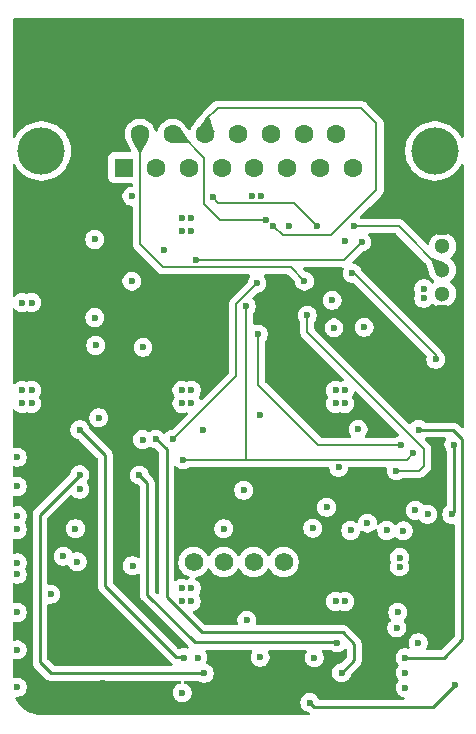
<source format=gbr>
%TF.GenerationSoftware,KiCad,Pcbnew,9.0.4*%
%TF.CreationDate,2025-09-17T12:51:36+01:00*%
%TF.ProjectId,PinCheck-4,50696e43-6865-4636-9b2d-342e6b696361,rev?*%
%TF.SameCoordinates,Original*%
%TF.FileFunction,Copper,L2,Inr*%
%TF.FilePolarity,Positive*%
%FSLAX46Y46*%
G04 Gerber Fmt 4.6, Leading zero omitted, Abs format (unit mm)*
G04 Created by KiCad (PCBNEW 9.0.4) date 2025-09-17 12:51:36*
%MOMM*%
%LPD*%
G01*
G04 APERTURE LIST*
%TA.AperFunction,ComponentPad*%
%ADD10C,4.000000*%
%TD*%
%TA.AperFunction,ComponentPad*%
%ADD11R,1.600000X1.600000*%
%TD*%
%TA.AperFunction,ComponentPad*%
%ADD12C,1.600000*%
%TD*%
%TA.AperFunction,ComponentPad*%
%ADD13C,1.574800*%
%TD*%
%TA.AperFunction,ComponentPad*%
%ADD14C,1.300000*%
%TD*%
%TA.AperFunction,ComponentPad*%
%ADD15C,2.250000*%
%TD*%
%TA.AperFunction,ViaPad*%
%ADD16C,0.600000*%
%TD*%
%TA.AperFunction,Conductor*%
%ADD17C,0.250000*%
%TD*%
%TA.AperFunction,Conductor*%
%ADD18C,0.200000*%
%TD*%
G04 APERTURE END LIST*
D10*
%TO.N,N/C*%
%TO.C,J1*%
X168120000Y-83320000D03*
X134820000Y-83320000D03*
D11*
%TO.N,unconnected-(J1-Pad1)*%
X141775000Y-84740000D03*
D12*
%TO.N,Net-(U5-S1A)*%
X144545000Y-84740000D03*
%TO.N,Net-(U5-S1B)*%
X147315000Y-84740000D03*
%TO.N,Net-(U5-S2B)*%
X150085000Y-84740000D03*
%TO.N,unconnected-(J1-Pad5)*%
X152855000Y-84740000D03*
%TO.N,unconnected-(J1-Pad6)*%
X155625000Y-84740000D03*
%TO.N,unconnected-(J1-Pad7)*%
X158395000Y-84740000D03*
%TO.N,unconnected-(J1-Pad8)*%
X161165000Y-84740000D03*
%TO.N,Net-(J1-P9)*%
X143160000Y-81900000D03*
%TO.N,Net-(J1-P10)*%
X145930000Y-81900000D03*
%TO.N,Net-(J1-P111)*%
X148700000Y-81900000D03*
%TO.N,unconnected-(J1-P12-Pad12)*%
X151470000Y-81900000D03*
%TO.N,unconnected-(J1-P13-Pad13)*%
X154240000Y-81900000D03*
%TO.N,unconnected-(J1-P14-Pad14)*%
X157010000Y-81900000D03*
%TO.N,unconnected-(J1-P15-Pad15)*%
X159780000Y-81900000D03*
%TD*%
D13*
%TO.N,Net-(U8-I{slash}O1)*%
%TO.C,J2*%
X147700000Y-118120000D03*
%TO.N,Net-(U8-I{slash}O2)*%
X150240000Y-118120000D03*
%TO.N,Net-(U8-I{slash}O3)*%
X152780000Y-118120000D03*
%TO.N,Net-(U8-I{slash}O4)*%
X155320000Y-118120000D03*
%TD*%
D14*
%TO.N,VCC*%
%TO.C,SW2*%
X168770000Y-95390000D03*
%TO.N,Net-(SW2-COM)*%
X168770000Y-93390000D03*
%TO.N,unconnected-(SW2-NC-Pad3)*%
X168770000Y-91390000D03*
D15*
%TO.N,GND*%
X168770000Y-97490000D03*
X168770000Y-89290000D03*
%TD*%
D16*
%TO.N,GND*%
X140072500Y-128360000D03*
X137570000Y-130760000D03*
X156890000Y-114480000D03*
X136770001Y-130760000D03*
X169140000Y-117340000D03*
X165900000Y-112140000D03*
X139410000Y-124468750D03*
%TO.N,VCC*%
X160519999Y-103575000D03*
X147509999Y-103575000D03*
X133989999Y-104695000D03*
X133190000Y-103575000D03*
X132780000Y-109251875D03*
X159720000Y-104695000D03*
X133190000Y-96150000D03*
X146710001Y-89010000D03*
X159720000Y-121460000D03*
X143420000Y-99930000D03*
X133989999Y-103575000D03*
X152610001Y-87120000D03*
X167190000Y-94990000D03*
X146710000Y-103575000D03*
X166480000Y-113750000D03*
X165140000Y-118542499D03*
X160519999Y-104695000D03*
X153410000Y-87120000D03*
X159720000Y-103575000D03*
X165140000Y-117742500D03*
X146710000Y-121460000D03*
X146710001Y-90130000D03*
X161000000Y-115450000D03*
X147509999Y-121460000D03*
X147509999Y-120340000D03*
X146710000Y-120340000D03*
X147509999Y-104695000D03*
X133989999Y-96150000D03*
X147510000Y-89010000D03*
X147510000Y-90130000D03*
X167190000Y-95789999D03*
X133190000Y-104695000D03*
X146710000Y-104695000D03*
X132780000Y-111720000D03*
X132780000Y-114188125D03*
X160519999Y-121460000D03*
%TO.N,Net-(Q1-D)*%
X165460000Y-115480000D03*
X169740000Y-108170000D03*
X158960000Y-113485000D03*
X162420000Y-114824000D03*
X169545000Y-114080000D03*
%TO.N,Net-(U3-THR)*%
X139340000Y-97420000D03*
X139340000Y-90810000D03*
%TO.N,CLK*%
X139410000Y-99780000D03*
%TO.N,Net-(D2-K)*%
X142480000Y-87150000D03*
%TO.N,Q0*%
X161143972Y-93659998D03*
X168200000Y-100960000D03*
X153070000Y-94510000D03*
X145930000Y-107740000D03*
%TO.N,Net-(D3-K)*%
X132780000Y-119159072D03*
%TO.N,Net-(D4-K)*%
X132780000Y-122390000D03*
%TO.N,Q1*%
X146840000Y-109469000D03*
X166280000Y-108929000D03*
X152160000Y-96480000D03*
%TO.N,Q2*%
X157330000Y-97230000D03*
X138070000Y-111960000D03*
X164860000Y-110380000D03*
%TO.N,Net-(D5-K)*%
X132780000Y-125560000D03*
%TO.N,Net-(D6-K)*%
X132780000Y-128720000D03*
%TO.N,Q3*%
X139660000Y-105900000D03*
X165300000Y-108210000D03*
X153180000Y-98820000D03*
%TO.N,Net-(D7-A_RED)*%
X136670000Y-117620000D03*
%TO.N,Net-(D7-A_GREEN)*%
X135590000Y-120840000D03*
%TO.N,Net-(U5-S2B)*%
X145170000Y-91680000D03*
%TO.N,Net-(J1-P10)*%
X153846880Y-89157530D03*
%TO.N,Net-(U2-L)*%
X167515000Y-114080000D03*
X164045000Y-115449000D03*
%TO.N,R*%
X132780000Y-115360000D03*
X148500000Y-106930000D03*
%TO.N,G*%
X132780000Y-118170000D03*
X153340000Y-105670000D03*
%TO.N,Net-(R10-Pad1)*%
X142480000Y-94330000D03*
%TO.N,Net-(U5-D1)*%
X159590000Y-98300000D03*
%TO.N,Net-(U5-D2)*%
X161940000Y-91030000D03*
X147890000Y-92570000D03*
%TO.N,Net-(U5-D3)*%
X159430000Y-95950000D03*
%TO.N,Net-(U5-D4)*%
X155815735Y-89665735D03*
X162140000Y-98240000D03*
X160500000Y-90950000D03*
%TO.N,NOT_S1*%
X143100000Y-110759000D03*
X159864786Y-124951000D03*
%TO.N,NOT_S0*%
X144490000Y-107700000D03*
X160230000Y-127500000D03*
%TO.N,S1*%
X164910000Y-123687500D03*
X153330000Y-126195000D03*
%TO.N,S0*%
X165620000Y-126226500D03*
X152210000Y-123040000D03*
X166760000Y-106900000D03*
%TO.N,S2*%
X148060000Y-126210000D03*
X159980000Y-110095000D03*
X169870000Y-128510000D03*
X157540000Y-130018500D03*
%TO.N,S3*%
X161630000Y-106890000D03*
X146753058Y-129186942D03*
X157780000Y-115250000D03*
%TO.N,NOT_S2*%
X138070000Y-110740000D03*
X148610000Y-127540000D03*
%TO.N,NOT_S3*%
X138070000Y-106920000D03*
X146900000Y-126210000D03*
%TO.N,Net-(U10-Pad3)*%
X151940000Y-112040000D03*
X143380000Y-107750000D03*
%TO.N,Net-(SW2-COM)*%
X149317817Y-87237960D03*
X161250000Y-89700000D03*
X158160000Y-89670000D03*
%TO.N,Net-(J1-P9)*%
X157090000Y-94330000D03*
%TO.N,Net-(J1-P111)*%
X154461189Y-89670000D03*
%TO.N,Net-(U8-I{slash}O4)*%
X165620000Y-128750000D03*
%TO.N,Net-(U8-I{slash}O3)*%
X165620000Y-127490000D03*
X157920000Y-126226500D03*
%TO.N,Net-(U8-I{slash}O2)*%
X166730000Y-124957500D03*
X137700000Y-115290000D03*
X150250000Y-115290000D03*
%TO.N,Net-(U8-I{slash}O1)*%
X137845001Y-118106415D03*
X164990000Y-122380000D03*
X142530000Y-118440000D03*
%TD*%
D17*
%TO.N,Net-(Q1-D)*%
X169740000Y-113885000D02*
X169740000Y-108170000D01*
X169545000Y-114080000D02*
X169740000Y-113885000D01*
D18*
%TO.N,Q0*%
X168200000Y-100960000D02*
X168200000Y-100590000D01*
X161269998Y-93659998D02*
X161143972Y-93659998D01*
X145930000Y-107740000D02*
X151330000Y-102340000D01*
X151330000Y-96250000D02*
X153070000Y-94510000D01*
X151330000Y-102340000D02*
X151330000Y-96250000D01*
X168200000Y-100590000D02*
X161269998Y-93659998D01*
%TO.N,Q1*%
X152160000Y-96480000D02*
X152170000Y-96490000D01*
X165740000Y-109469000D02*
X146840000Y-109469000D01*
X152170000Y-96490000D02*
X152170000Y-109469000D01*
X152170000Y-109469000D02*
X146840000Y-109469000D01*
X166280000Y-108929000D02*
X165740000Y-109469000D01*
%TO.N,Q2*%
X166800000Y-110380000D02*
X167200000Y-109980000D01*
X164860000Y-110380000D02*
X166800000Y-110380000D01*
X167200000Y-108540000D02*
X157330000Y-98670000D01*
X157330000Y-98670000D02*
X157330000Y-97230000D01*
X167200000Y-109980000D02*
X167200000Y-108540000D01*
%TO.N,Q3*%
X165300000Y-108210000D02*
X158240000Y-108210000D01*
X158240000Y-108210000D02*
X153180000Y-103150000D01*
X153180000Y-103150000D02*
X153180000Y-98820000D01*
%TO.N,Net-(J1-P10)*%
X148590000Y-83889950D02*
X148590000Y-87820000D01*
X145930000Y-81900000D02*
X146600050Y-81900000D01*
X148590000Y-87820000D02*
X149927530Y-89157530D01*
X146600050Y-81900000D02*
X148590000Y-83889950D01*
X149927530Y-89157530D02*
X153846880Y-89157530D01*
%TO.N,Net-(U5-D2)*%
X160400000Y-92570000D02*
X161940000Y-91030000D01*
X147890000Y-92570000D02*
X160400000Y-92570000D01*
D17*
%TO.N,NOT_S1*%
X159843786Y-124930000D02*
X147830000Y-124930000D01*
X143770000Y-120870000D02*
X143770000Y-111429000D01*
X159864786Y-124951000D02*
X159843786Y-124930000D01*
X147830000Y-124930000D02*
X143770000Y-120870000D01*
X143770000Y-111429000D02*
X143100000Y-110759000D01*
%TO.N,NOT_S0*%
X144490000Y-107700000D02*
X144530000Y-107700000D01*
X161310000Y-126420000D02*
X160230000Y-127500000D01*
X148444702Y-124080000D02*
X160340000Y-124080000D01*
X160340000Y-124080000D02*
X161310000Y-125050000D01*
X145410000Y-121045298D02*
X148444702Y-124080000D01*
X161310000Y-125050000D02*
X161310000Y-126420000D01*
X144530000Y-107700000D02*
X145410000Y-108580000D01*
X145410000Y-108580000D02*
X145410000Y-121045298D01*
%TO.N,S0*%
X165620000Y-126226500D02*
X168873500Y-126226500D01*
X168873500Y-126226500D02*
X170430000Y-124670000D01*
X170430000Y-107720000D02*
X169650000Y-106940000D01*
X166800000Y-106940000D02*
X166760000Y-106900000D01*
X169650000Y-106940000D02*
X166800000Y-106940000D01*
X170430000Y-124670000D02*
X170430000Y-107720000D01*
%TO.N,S2*%
X169660000Y-128710000D02*
X169670000Y-128710000D01*
X157931500Y-130410000D02*
X167960000Y-130410000D01*
X157540000Y-130018500D02*
X157931500Y-130410000D01*
X169670000Y-128710000D02*
X169870000Y-128510000D01*
X167960000Y-130410000D02*
X169660000Y-128710000D01*
%TO.N,NOT_S2*%
X138070000Y-110740000D02*
X134690000Y-114120000D01*
X134690000Y-126600000D02*
X135630000Y-127540000D01*
X135630000Y-127540000D02*
X148610000Y-127540000D01*
X134690000Y-114120000D02*
X134690000Y-126600000D01*
%TO.N,NOT_S3*%
X140220000Y-120160000D02*
X140220000Y-109070000D01*
X146230000Y-126170000D02*
X140220000Y-120160000D01*
X146900000Y-126150000D02*
X146880000Y-126170000D01*
X140220000Y-109070000D02*
X138070000Y-106920000D01*
X146880000Y-126170000D02*
X146230000Y-126170000D01*
D18*
%TO.N,Net-(SW2-COM)*%
X149800857Y-87721000D02*
X156211000Y-87721000D01*
X168770000Y-93390000D02*
X165050000Y-89670000D01*
X165050000Y-89670000D02*
X164930000Y-89670000D01*
X149317817Y-87237960D02*
X149800857Y-87721000D01*
X164930000Y-89670000D02*
X161280000Y-89670000D01*
X161280000Y-89670000D02*
X161250000Y-89700000D01*
X156211000Y-87721000D02*
X158160000Y-89670000D01*
%TO.N,Net-(J1-P9)*%
X155931000Y-93171000D02*
X145131000Y-93171000D01*
X157090000Y-94330000D02*
X155931000Y-93171000D01*
X143160000Y-91200000D02*
X143160000Y-81900000D01*
X145131000Y-93171000D02*
X143160000Y-91200000D01*
%TO.N,Net-(J1-P111)*%
X149730000Y-79690000D02*
X148700000Y-80720000D01*
X154461189Y-89670000D02*
X155261189Y-90470000D01*
X161890000Y-79690000D02*
X149730000Y-79690000D01*
X155261189Y-90470000D02*
X159330000Y-90470000D01*
X163180000Y-86620000D02*
X163180000Y-80980000D01*
X148700000Y-80720000D02*
X148700000Y-81900000D01*
X159330000Y-90470000D02*
X163180000Y-86620000D01*
X163180000Y-80980000D02*
X161890000Y-79690000D01*
%TD*%
%TA.AperFunction,Conductor*%
%TO.N,Net-(J1-P9)*%
G36*
X143166507Y-81903357D02*
G01*
X143816641Y-82338740D01*
X143821609Y-82346190D01*
X143820614Y-82353657D01*
X143263224Y-83478124D01*
X143256479Y-83484015D01*
X143252741Y-83484628D01*
X143067259Y-83484628D01*
X143058986Y-83481201D01*
X143056776Y-83478124D01*
X142499385Y-82353657D01*
X142498781Y-82344723D01*
X142503356Y-82338741D01*
X143153491Y-81903358D01*
X143162271Y-81901602D01*
X143166507Y-81903357D01*
G37*
%TD.AperFunction*%
%TD*%
%TA.AperFunction,Conductor*%
%TO.N,Net-(J1-P111)*%
G36*
X148923682Y-80371547D02*
G01*
X148924612Y-80372383D01*
X149054917Y-80502688D01*
X149057704Y-80507143D01*
X149381933Y-81446425D01*
X149480255Y-81731259D01*
X149479715Y-81740198D01*
X149473013Y-81746137D01*
X149471486Y-81746551D01*
X148704058Y-81899755D01*
X148695274Y-81898014D01*
X148695255Y-81898001D01*
X148045441Y-81462657D01*
X148040475Y-81455206D01*
X148042233Y-81446425D01*
X148042834Y-81445606D01*
X148907232Y-80373311D01*
X148915090Y-80369023D01*
X148923682Y-80371547D01*
G37*
%TD.AperFunction*%
%TD*%
%TA.AperFunction,Conductor*%
%TO.N,GND*%
G36*
X170512539Y-72120185D02*
G01*
X170558294Y-72172989D01*
X170569500Y-72224500D01*
X170569500Y-82100093D01*
X170549815Y-82167132D01*
X170497011Y-82212887D01*
X170427853Y-82222831D01*
X170364297Y-82193806D01*
X170333780Y-82153895D01*
X170311946Y-82108557D01*
X170245212Y-82002351D01*
X170162523Y-81870752D01*
X169987416Y-81651175D01*
X169788825Y-81452584D01*
X169569248Y-81277477D01*
X169360862Y-81146539D01*
X169331442Y-81128053D01*
X169078411Y-81006200D01*
X168813329Y-80913443D01*
X168813317Y-80913439D01*
X168539512Y-80850945D01*
X168539494Y-80850942D01*
X168260431Y-80819500D01*
X168260425Y-80819500D01*
X167979575Y-80819500D01*
X167979568Y-80819500D01*
X167700505Y-80850942D01*
X167700487Y-80850945D01*
X167426682Y-80913439D01*
X167426670Y-80913443D01*
X167161588Y-81006200D01*
X166908557Y-81128053D01*
X166670753Y-81277476D01*
X166451175Y-81452583D01*
X166252583Y-81651175D01*
X166077476Y-81870753D01*
X165928053Y-82108557D01*
X165806200Y-82361588D01*
X165713443Y-82626670D01*
X165713439Y-82626682D01*
X165650945Y-82900487D01*
X165650942Y-82900505D01*
X165619500Y-83179568D01*
X165619500Y-83460431D01*
X165650942Y-83739494D01*
X165650945Y-83739512D01*
X165713439Y-84013317D01*
X165713443Y-84013329D01*
X165806200Y-84278411D01*
X165928053Y-84531442D01*
X165928055Y-84531445D01*
X166077477Y-84769248D01*
X166135776Y-84842352D01*
X166242284Y-84975910D01*
X166252584Y-84988825D01*
X166451175Y-85187416D01*
X166670752Y-85362523D01*
X166908555Y-85511945D01*
X167161592Y-85633801D01*
X167360680Y-85703465D01*
X167426670Y-85726556D01*
X167426682Y-85726560D01*
X167700491Y-85789055D01*
X167700497Y-85789055D01*
X167700505Y-85789057D01*
X167886547Y-85810018D01*
X167979569Y-85820499D01*
X167979572Y-85820500D01*
X167979575Y-85820500D01*
X168260428Y-85820500D01*
X168260429Y-85820499D01*
X168403055Y-85804429D01*
X168539494Y-85789057D01*
X168539499Y-85789056D01*
X168539509Y-85789055D01*
X168813318Y-85726560D01*
X169078408Y-85633801D01*
X169331445Y-85511945D01*
X169569248Y-85362523D01*
X169788825Y-85187416D01*
X169987416Y-84988825D01*
X170162523Y-84769248D01*
X170311945Y-84531445D01*
X170325119Y-84504089D01*
X170333780Y-84486105D01*
X170380602Y-84434245D01*
X170448029Y-84415932D01*
X170514653Y-84436979D01*
X170559321Y-84490705D01*
X170569500Y-84539906D01*
X170569500Y-106675547D01*
X170549815Y-106742586D01*
X170497011Y-106788341D01*
X170427853Y-106798285D01*
X170364297Y-106769260D01*
X170357819Y-106763228D01*
X170146058Y-106551468D01*
X170135859Y-106541269D01*
X170135858Y-106541267D01*
X170048733Y-106454142D01*
X169989740Y-106414724D01*
X169946286Y-106385688D01*
X169946287Y-106385688D01*
X169946285Y-106385687D01*
X169887829Y-106361475D01*
X169865792Y-106352347D01*
X169832452Y-106338537D01*
X169772029Y-106326518D01*
X169767306Y-106325578D01*
X169767304Y-106325578D01*
X169711610Y-106314500D01*
X169711607Y-106314500D01*
X169711606Y-106314500D01*
X167357941Y-106314500D01*
X167290902Y-106294815D01*
X167275036Y-106282030D01*
X167274999Y-106282076D01*
X167270288Y-106278210D01*
X167139185Y-106190609D01*
X167139172Y-106190602D01*
X166993501Y-106130264D01*
X166993489Y-106130261D01*
X166838845Y-106099500D01*
X166838842Y-106099500D01*
X166681158Y-106099500D01*
X166681155Y-106099500D01*
X166526510Y-106130261D01*
X166526498Y-106130264D01*
X166380827Y-106190602D01*
X166380814Y-106190609D01*
X166249711Y-106278210D01*
X166249707Y-106278213D01*
X166138213Y-106389707D01*
X166138207Y-106389715D01*
X166126314Y-106407513D01*
X166072700Y-106452316D01*
X166003375Y-106461020D01*
X165940349Y-106430863D01*
X165935534Y-106426299D01*
X157966819Y-98457584D01*
X157952115Y-98430656D01*
X157935523Y-98404838D01*
X157934631Y-98398637D01*
X157933334Y-98396261D01*
X157930500Y-98369903D01*
X157930500Y-98221153D01*
X158789500Y-98221153D01*
X158789500Y-98378846D01*
X158820261Y-98533489D01*
X158820264Y-98533501D01*
X158880602Y-98679172D01*
X158880609Y-98679185D01*
X158968210Y-98810288D01*
X158968213Y-98810292D01*
X159079707Y-98921786D01*
X159079711Y-98921789D01*
X159210814Y-99009390D01*
X159210827Y-99009397D01*
X159356498Y-99069735D01*
X159356503Y-99069737D01*
X159511153Y-99100499D01*
X159511156Y-99100500D01*
X159511158Y-99100500D01*
X159668844Y-99100500D01*
X159668845Y-99100499D01*
X159823497Y-99069737D01*
X159969179Y-99009394D01*
X160100289Y-98921789D01*
X160211789Y-98810289D01*
X160299394Y-98679179D01*
X160359737Y-98533497D01*
X160390500Y-98378842D01*
X160390500Y-98221158D01*
X160390500Y-98221155D01*
X160390499Y-98221153D01*
X160382166Y-98179257D01*
X160378565Y-98161153D01*
X161339500Y-98161153D01*
X161339500Y-98318846D01*
X161370261Y-98473489D01*
X161370264Y-98473501D01*
X161430602Y-98619172D01*
X161430609Y-98619185D01*
X161518210Y-98750288D01*
X161518213Y-98750292D01*
X161629707Y-98861786D01*
X161629711Y-98861789D01*
X161760814Y-98949390D01*
X161760827Y-98949397D01*
X161905665Y-99009390D01*
X161906503Y-99009737D01*
X162052184Y-99038715D01*
X162061153Y-99040499D01*
X162061156Y-99040500D01*
X162061158Y-99040500D01*
X162218844Y-99040500D01*
X162218845Y-99040499D01*
X162373497Y-99009737D01*
X162519179Y-98949394D01*
X162650289Y-98861789D01*
X162761789Y-98750289D01*
X162849394Y-98619179D01*
X162909737Y-98473497D01*
X162940500Y-98318842D01*
X162940500Y-98161158D01*
X162940500Y-98161155D01*
X162940499Y-98161153D01*
X162930445Y-98110609D01*
X162909737Y-98006503D01*
X162878170Y-97930292D01*
X162849397Y-97860827D01*
X162849390Y-97860814D01*
X162761789Y-97729711D01*
X162761786Y-97729707D01*
X162650292Y-97618213D01*
X162650288Y-97618210D01*
X162519185Y-97530609D01*
X162519172Y-97530602D01*
X162373501Y-97470264D01*
X162373489Y-97470261D01*
X162218845Y-97439500D01*
X162218842Y-97439500D01*
X162061158Y-97439500D01*
X162061155Y-97439500D01*
X161906510Y-97470261D01*
X161906498Y-97470264D01*
X161760827Y-97530602D01*
X161760814Y-97530609D01*
X161629711Y-97618210D01*
X161629707Y-97618213D01*
X161518213Y-97729707D01*
X161518210Y-97729711D01*
X161430609Y-97860814D01*
X161430602Y-97860827D01*
X161370264Y-98006498D01*
X161370261Y-98006510D01*
X161339500Y-98161153D01*
X160378565Y-98161153D01*
X160359738Y-98066508D01*
X160359737Y-98066507D01*
X160359737Y-98066503D01*
X160353010Y-98050263D01*
X160299397Y-97920827D01*
X160299390Y-97920814D01*
X160211789Y-97789711D01*
X160211786Y-97789707D01*
X160100292Y-97678213D01*
X160100288Y-97678210D01*
X159969185Y-97590609D01*
X159969172Y-97590602D01*
X159823501Y-97530264D01*
X159823489Y-97530261D01*
X159668845Y-97499500D01*
X159668842Y-97499500D01*
X159511158Y-97499500D01*
X159511155Y-97499500D01*
X159356510Y-97530261D01*
X159356498Y-97530264D01*
X159210827Y-97590602D01*
X159210814Y-97590609D01*
X159079711Y-97678210D01*
X159079707Y-97678213D01*
X158968213Y-97789707D01*
X158968210Y-97789711D01*
X158880609Y-97920814D01*
X158880602Y-97920827D01*
X158820264Y-98066498D01*
X158820261Y-98066510D01*
X158789500Y-98221153D01*
X157930500Y-98221153D01*
X157930500Y-97809765D01*
X157950185Y-97742726D01*
X157951398Y-97740874D01*
X158039390Y-97609185D01*
X158039390Y-97609184D01*
X158039394Y-97609179D01*
X158099737Y-97463497D01*
X158130500Y-97308842D01*
X158130500Y-97151158D01*
X158130500Y-97151155D01*
X158130499Y-97151153D01*
X158099737Y-96996503D01*
X158097163Y-96990289D01*
X158039397Y-96850827D01*
X158039390Y-96850814D01*
X157951789Y-96719711D01*
X157951786Y-96719707D01*
X157840292Y-96608213D01*
X157840288Y-96608210D01*
X157709185Y-96520609D01*
X157709172Y-96520602D01*
X157563501Y-96460264D01*
X157563489Y-96460261D01*
X157408845Y-96429500D01*
X157408842Y-96429500D01*
X157251158Y-96429500D01*
X157251155Y-96429500D01*
X157096510Y-96460261D01*
X157096498Y-96460264D01*
X156950827Y-96520602D01*
X156950814Y-96520609D01*
X156819711Y-96608210D01*
X156819707Y-96608213D01*
X156708213Y-96719707D01*
X156708210Y-96719711D01*
X156620609Y-96850814D01*
X156620602Y-96850827D01*
X156560264Y-96996498D01*
X156560261Y-96996510D01*
X156529500Y-97151153D01*
X156529500Y-97308846D01*
X156560261Y-97463489D01*
X156560264Y-97463501D01*
X156620602Y-97609172D01*
X156620609Y-97609185D01*
X156708602Y-97740874D01*
X156729480Y-97807551D01*
X156729500Y-97809765D01*
X156729500Y-98583330D01*
X156729499Y-98583348D01*
X156729499Y-98749054D01*
X156729498Y-98749054D01*
X156729499Y-98749057D01*
X156770423Y-98901785D01*
X156784116Y-98925501D01*
X156815292Y-98979500D01*
X156849479Y-99038715D01*
X156968349Y-99157585D01*
X156968355Y-99157590D01*
X160397316Y-102586551D01*
X160398028Y-102587856D01*
X160399319Y-102588600D01*
X160414729Y-102618441D01*
X160430801Y-102647874D01*
X160430694Y-102649357D01*
X160431378Y-102650680D01*
X160428210Y-102684100D01*
X160425817Y-102717566D01*
X160424925Y-102718757D01*
X160424785Y-102720238D01*
X160404059Y-102746629D01*
X160383945Y-102773499D01*
X160382253Y-102774397D01*
X160381632Y-102775189D01*
X160376970Y-102777203D01*
X160350273Y-102791384D01*
X160342203Y-102794183D01*
X160286502Y-102805263D01*
X160164091Y-102855966D01*
X160160637Y-102857165D01*
X160129235Y-102858682D01*
X160097981Y-102862043D01*
X160092572Y-102860454D01*
X160090848Y-102860538D01*
X160088762Y-102859335D01*
X160072547Y-102854574D01*
X159953501Y-102805264D01*
X159953489Y-102805261D01*
X159798845Y-102774500D01*
X159798842Y-102774500D01*
X159641158Y-102774500D01*
X159641155Y-102774500D01*
X159486510Y-102805261D01*
X159486498Y-102805264D01*
X159340827Y-102865602D01*
X159340814Y-102865609D01*
X159209711Y-102953210D01*
X159209707Y-102953213D01*
X159098213Y-103064707D01*
X159098210Y-103064711D01*
X159010609Y-103195814D01*
X159010602Y-103195827D01*
X158950264Y-103341498D01*
X158950261Y-103341510D01*
X158919500Y-103496153D01*
X158919500Y-103653846D01*
X158950261Y-103808489D01*
X158950264Y-103808501D01*
X159010602Y-103954172D01*
X159010612Y-103954190D01*
X159085394Y-104066110D01*
X159106272Y-104132787D01*
X159087787Y-104200167D01*
X159085394Y-104203890D01*
X159010612Y-104315809D01*
X159010602Y-104315827D01*
X158950264Y-104461498D01*
X158950261Y-104461510D01*
X158919500Y-104616153D01*
X158919500Y-104773846D01*
X158950261Y-104928489D01*
X158950264Y-104928501D01*
X159010602Y-105074172D01*
X159010609Y-105074185D01*
X159098210Y-105205288D01*
X159098213Y-105205292D01*
X159209707Y-105316786D01*
X159209711Y-105316789D01*
X159340814Y-105404390D01*
X159340827Y-105404397D01*
X159418356Y-105436510D01*
X159486503Y-105464737D01*
X159641153Y-105495499D01*
X159641156Y-105495500D01*
X159641158Y-105495500D01*
X159798844Y-105495500D01*
X159798845Y-105495499D01*
X159953497Y-105464737D01*
X160072548Y-105415424D01*
X160142016Y-105407956D01*
X160167451Y-105415425D01*
X160218355Y-105436510D01*
X160286502Y-105464737D01*
X160441152Y-105495499D01*
X160441155Y-105495500D01*
X160441157Y-105495500D01*
X160598843Y-105495500D01*
X160598844Y-105495499D01*
X160753496Y-105464737D01*
X160890579Y-105407956D01*
X160899171Y-105404397D01*
X160899171Y-105404396D01*
X160899178Y-105404394D01*
X161030288Y-105316789D01*
X161141788Y-105205289D01*
X161229393Y-105074179D01*
X161289736Y-104928497D01*
X161320499Y-104773842D01*
X161320499Y-104616158D01*
X161320499Y-104616155D01*
X161320498Y-104616153D01*
X161289737Y-104461510D01*
X161289736Y-104461503D01*
X161289734Y-104461498D01*
X161229396Y-104315827D01*
X161229389Y-104315814D01*
X161154604Y-104203891D01*
X161133726Y-104137214D01*
X161152210Y-104069833D01*
X161154604Y-104066109D01*
X161229389Y-103954185D01*
X161229389Y-103954184D01*
X161229393Y-103954179D01*
X161289736Y-103808497D01*
X161299149Y-103761170D01*
X161331532Y-103699262D01*
X161392247Y-103664687D01*
X161462017Y-103668426D01*
X161508447Y-103697682D01*
X165065757Y-107254992D01*
X165099242Y-107316315D01*
X165094258Y-107386007D01*
X165052386Y-107441940D01*
X165025529Y-107457234D01*
X164920824Y-107500604D01*
X164920814Y-107500609D01*
X164789125Y-107588602D01*
X164722447Y-107609480D01*
X164720234Y-107609500D01*
X162341941Y-107609500D01*
X162274902Y-107589815D01*
X162229147Y-107537011D01*
X162219203Y-107467853D01*
X162248228Y-107404297D01*
X162250521Y-107401834D01*
X162251784Y-107400293D01*
X162251789Y-107400289D01*
X162339394Y-107269179D01*
X162399737Y-107123497D01*
X162430500Y-106968842D01*
X162430500Y-106811158D01*
X162430500Y-106811155D01*
X162430499Y-106811153D01*
X162416860Y-106742586D01*
X162399737Y-106656503D01*
X162380224Y-106609394D01*
X162339397Y-106510827D01*
X162339390Y-106510814D01*
X162251789Y-106379711D01*
X162251786Y-106379707D01*
X162140292Y-106268213D01*
X162140288Y-106268210D01*
X162009185Y-106180609D01*
X162009172Y-106180602D01*
X161863501Y-106120264D01*
X161863489Y-106120261D01*
X161708845Y-106089500D01*
X161708842Y-106089500D01*
X161551158Y-106089500D01*
X161551155Y-106089500D01*
X161396510Y-106120261D01*
X161396498Y-106120264D01*
X161250827Y-106180602D01*
X161250814Y-106180609D01*
X161119711Y-106268210D01*
X161119707Y-106268213D01*
X161008213Y-106379707D01*
X161008210Y-106379711D01*
X160920609Y-106510814D01*
X160920602Y-106510827D01*
X160860264Y-106656498D01*
X160860261Y-106656510D01*
X160829500Y-106811153D01*
X160829500Y-106968846D01*
X160860261Y-107123489D01*
X160860264Y-107123501D01*
X160920602Y-107269172D01*
X160920609Y-107269185D01*
X161008210Y-107400288D01*
X161012076Y-107404999D01*
X161010408Y-107406367D01*
X161039225Y-107459142D01*
X161034241Y-107528834D01*
X160992369Y-107584767D01*
X160926905Y-107609184D01*
X160918059Y-107609500D01*
X158540098Y-107609500D01*
X158473059Y-107589815D01*
X158452417Y-107573181D01*
X153816819Y-102937583D01*
X153783334Y-102876260D01*
X153780500Y-102849902D01*
X153780500Y-99399765D01*
X153800185Y-99332726D01*
X153801398Y-99330874D01*
X153889390Y-99199185D01*
X153889390Y-99199184D01*
X153889394Y-99199179D01*
X153949737Y-99053497D01*
X153980500Y-98898842D01*
X153980500Y-98741158D01*
X153980500Y-98741155D01*
X153980499Y-98741153D01*
X153968173Y-98679185D01*
X153949737Y-98586503D01*
X153927783Y-98533501D01*
X153889397Y-98440827D01*
X153889390Y-98440814D01*
X153801789Y-98309711D01*
X153801786Y-98309707D01*
X153690292Y-98198213D01*
X153690288Y-98198210D01*
X153559185Y-98110609D01*
X153559172Y-98110602D01*
X153413501Y-98050264D01*
X153413489Y-98050261D01*
X153258845Y-98019500D01*
X153258842Y-98019500D01*
X153101158Y-98019500D01*
X153101155Y-98019500D01*
X152946510Y-98050261D01*
X152946500Y-98050263D01*
X152941944Y-98052151D01*
X152872475Y-98059614D01*
X152809998Y-98028335D01*
X152774350Y-97968243D01*
X152770500Y-97937586D01*
X152770500Y-97044799D01*
X152790185Y-96977760D01*
X152791398Y-96975908D01*
X152869390Y-96859185D01*
X152869390Y-96859184D01*
X152869394Y-96859179D01*
X152872854Y-96850827D01*
X152894647Y-96798213D01*
X152929737Y-96713497D01*
X152960500Y-96558842D01*
X152960500Y-96401158D01*
X152960500Y-96401155D01*
X152960499Y-96401153D01*
X152955097Y-96373996D01*
X152929737Y-96246503D01*
X152922423Y-96228846D01*
X152869397Y-96100827D01*
X152869390Y-96100814D01*
X152781789Y-95969711D01*
X152781786Y-95969707D01*
X152708338Y-95896259D01*
X152694629Y-95871153D01*
X158629500Y-95871153D01*
X158629500Y-96028846D01*
X158660261Y-96183489D01*
X158660264Y-96183501D01*
X158720602Y-96329172D01*
X158720609Y-96329185D01*
X158808210Y-96460288D01*
X158808213Y-96460292D01*
X158919707Y-96571786D01*
X158919711Y-96571789D01*
X159050814Y-96659390D01*
X159050827Y-96659397D01*
X159196440Y-96719711D01*
X159196503Y-96719737D01*
X159351153Y-96750499D01*
X159351156Y-96750500D01*
X159351158Y-96750500D01*
X159508844Y-96750500D01*
X159508845Y-96750499D01*
X159663497Y-96719737D01*
X159809179Y-96659394D01*
X159940289Y-96571789D01*
X160051789Y-96460289D01*
X160139394Y-96329179D01*
X160199737Y-96183497D01*
X160230500Y-96028842D01*
X160230500Y-95871158D01*
X160230500Y-95871155D01*
X160230499Y-95871153D01*
X160222639Y-95831639D01*
X160199737Y-95716503D01*
X160197521Y-95711152D01*
X160139397Y-95570827D01*
X160139390Y-95570814D01*
X160051789Y-95439711D01*
X160051786Y-95439707D01*
X159940292Y-95328213D01*
X159940288Y-95328210D01*
X159809185Y-95240609D01*
X159809172Y-95240602D01*
X159663501Y-95180264D01*
X159663489Y-95180261D01*
X159508845Y-95149500D01*
X159508842Y-95149500D01*
X159351158Y-95149500D01*
X159351155Y-95149500D01*
X159196510Y-95180261D01*
X159196498Y-95180264D01*
X159050827Y-95240602D01*
X159050814Y-95240609D01*
X158919711Y-95328210D01*
X158919707Y-95328213D01*
X158808213Y-95439707D01*
X158808210Y-95439711D01*
X158720609Y-95570814D01*
X158720602Y-95570827D01*
X158660264Y-95716498D01*
X158660261Y-95716510D01*
X158629500Y-95871153D01*
X152694629Y-95871153D01*
X152674853Y-95834936D01*
X152679837Y-95765244D01*
X152708338Y-95720897D01*
X152858421Y-95570814D01*
X153084665Y-95344570D01*
X153145984Y-95311088D01*
X153148151Y-95310637D01*
X153148840Y-95310500D01*
X153148842Y-95310500D01*
X153303497Y-95279737D01*
X153439264Y-95223501D01*
X153449172Y-95219397D01*
X153449172Y-95219396D01*
X153449179Y-95219394D01*
X153580289Y-95131789D01*
X153691789Y-95020289D01*
X153779394Y-94889179D01*
X153839737Y-94743497D01*
X153870500Y-94588842D01*
X153870500Y-94431158D01*
X153870500Y-94431155D01*
X153870499Y-94431153D01*
X153865923Y-94408149D01*
X153839737Y-94276503D01*
X153836030Y-94267553D01*
X153779397Y-94130827D01*
X153779390Y-94130814D01*
X153691789Y-93999711D01*
X153691786Y-93999707D01*
X153675260Y-93983181D01*
X153641775Y-93921858D01*
X153646759Y-93852166D01*
X153688631Y-93796233D01*
X153754095Y-93771816D01*
X153762941Y-93771500D01*
X155630903Y-93771500D01*
X155697942Y-93791185D01*
X155718584Y-93807819D01*
X156255425Y-94344660D01*
X156288910Y-94405983D01*
X156289361Y-94408149D01*
X156320261Y-94563491D01*
X156320264Y-94563501D01*
X156380602Y-94709172D01*
X156380609Y-94709185D01*
X156468210Y-94840288D01*
X156468213Y-94840292D01*
X156579707Y-94951786D01*
X156579711Y-94951789D01*
X156710814Y-95039390D01*
X156710827Y-95039397D01*
X156856498Y-95099735D01*
X156856503Y-95099737D01*
X157011153Y-95130499D01*
X157011156Y-95130500D01*
X157011158Y-95130500D01*
X157168844Y-95130500D01*
X157168845Y-95130499D01*
X157323497Y-95099737D01*
X157469179Y-95039394D01*
X157600289Y-94951789D01*
X157711789Y-94840289D01*
X157799394Y-94709179D01*
X157859737Y-94563497D01*
X157890500Y-94408842D01*
X157890500Y-94251158D01*
X157890500Y-94251155D01*
X157890499Y-94251153D01*
X157884355Y-94220264D01*
X157859737Y-94096503D01*
X157859735Y-94096498D01*
X157799397Y-93950827D01*
X157799390Y-93950814D01*
X157711789Y-93819711D01*
X157711786Y-93819707D01*
X157600292Y-93708213D01*
X157600288Y-93708210D01*
X157469185Y-93620609D01*
X157469172Y-93620602D01*
X157323501Y-93560264D01*
X157323489Y-93560261D01*
X157168151Y-93529362D01*
X157151394Y-93520597D01*
X157132915Y-93516577D01*
X157107873Y-93497831D01*
X157106240Y-93496977D01*
X157104763Y-93495527D01*
X156991415Y-93382179D01*
X156957932Y-93320858D01*
X156962916Y-93251166D01*
X157004788Y-93195233D01*
X157070252Y-93170816D01*
X157079098Y-93170500D01*
X160294695Y-93170500D01*
X160361734Y-93190185D01*
X160407489Y-93242989D01*
X160417433Y-93312147D01*
X160409256Y-93341953D01*
X160374235Y-93426500D01*
X160374233Y-93426508D01*
X160343472Y-93581151D01*
X160343472Y-93738844D01*
X160374233Y-93893487D01*
X160374236Y-93893499D01*
X160434574Y-94039170D01*
X160434581Y-94039183D01*
X160522182Y-94170286D01*
X160522185Y-94170290D01*
X160633679Y-94281784D01*
X160633683Y-94281787D01*
X160764786Y-94369388D01*
X160764799Y-94369395D01*
X160858361Y-94408149D01*
X160910475Y-94429735D01*
X161065125Y-94460497D01*
X161065128Y-94460498D01*
X161065130Y-94460498D01*
X161169901Y-94460498D01*
X161236940Y-94480183D01*
X161257582Y-94496817D01*
X167392853Y-100632088D01*
X167426338Y-100693411D01*
X167426789Y-100743960D01*
X167399500Y-100881153D01*
X167399500Y-101038846D01*
X167430261Y-101193489D01*
X167430264Y-101193501D01*
X167490602Y-101339172D01*
X167490609Y-101339185D01*
X167578210Y-101470288D01*
X167578213Y-101470292D01*
X167689707Y-101581786D01*
X167689711Y-101581789D01*
X167820814Y-101669390D01*
X167820827Y-101669397D01*
X167966498Y-101729735D01*
X167966503Y-101729737D01*
X168121153Y-101760499D01*
X168121156Y-101760500D01*
X168121158Y-101760500D01*
X168278844Y-101760500D01*
X168278845Y-101760499D01*
X168433497Y-101729737D01*
X168579179Y-101669394D01*
X168710289Y-101581789D01*
X168821789Y-101470289D01*
X168909394Y-101339179D01*
X168969737Y-101193497D01*
X169000500Y-101038842D01*
X169000500Y-100881158D01*
X169000500Y-100881155D01*
X169000499Y-100881153D01*
X168970532Y-100730500D01*
X168969737Y-100726503D01*
X168958650Y-100699737D01*
X168909397Y-100580827D01*
X168909390Y-100580814D01*
X168821789Y-100449711D01*
X168821786Y-100449707D01*
X168793790Y-100421711D01*
X168770299Y-100388955D01*
X168764868Y-100377962D01*
X168759577Y-100358215D01*
X168730639Y-100308095D01*
X168680520Y-100221284D01*
X168568716Y-100109480D01*
X168568715Y-100109479D01*
X168564385Y-100105149D01*
X168564374Y-100105139D01*
X161947252Y-93488017D01*
X161916646Y-93431967D01*
X161915475Y-93432323D01*
X161913769Y-93426697D01*
X161913767Y-93426694D01*
X161913764Y-93426683D01*
X161913709Y-93426501D01*
X161853367Y-93280821D01*
X161853362Y-93280812D01*
X161765761Y-93149709D01*
X161765758Y-93149705D01*
X161654264Y-93038211D01*
X161654260Y-93038208D01*
X161523157Y-92950607D01*
X161523144Y-92950600D01*
X161377473Y-92890262D01*
X161377463Y-92890259D01*
X161230912Y-92861108D01*
X161169001Y-92828723D01*
X161134427Y-92768007D01*
X161138167Y-92698238D01*
X161167420Y-92651813D01*
X161954662Y-91864572D01*
X162015983Y-91831089D01*
X162018150Y-91830638D01*
X162076085Y-91819113D01*
X162173497Y-91799737D01*
X162286166Y-91753067D01*
X162319172Y-91739397D01*
X162319172Y-91739396D01*
X162319179Y-91739394D01*
X162450289Y-91651789D01*
X162561789Y-91540289D01*
X162649394Y-91409179D01*
X162709737Y-91263497D01*
X162740500Y-91108842D01*
X162740500Y-90951158D01*
X162740500Y-90951155D01*
X162740499Y-90951153D01*
X162718269Y-90839397D01*
X162709737Y-90796503D01*
X162691215Y-90751786D01*
X162649397Y-90650827D01*
X162649390Y-90650814D01*
X162561789Y-90519711D01*
X162561786Y-90519707D01*
X162524260Y-90482181D01*
X162490775Y-90420858D01*
X162495759Y-90351166D01*
X162537631Y-90295233D01*
X162603095Y-90270816D01*
X162611941Y-90270500D01*
X164749903Y-90270500D01*
X164816942Y-90290185D01*
X164837584Y-90306819D01*
X167327107Y-92796342D01*
X167356262Y-92842486D01*
X167652813Y-93676628D01*
X167656452Y-93686343D01*
X167658261Y-93691518D01*
X167703787Y-93831636D01*
X167703788Y-93831639D01*
X167749758Y-93921858D01*
X167777703Y-93976703D01*
X167786006Y-93992997D01*
X167892441Y-94139494D01*
X167892445Y-94139499D01*
X168020500Y-94267554D01*
X168050956Y-94289682D01*
X168066619Y-94309996D01*
X168085244Y-94327633D01*
X168087601Y-94337206D01*
X168093621Y-94345013D01*
X168095815Y-94370568D01*
X168101949Y-94395477D01*
X168098756Y-94404804D01*
X168099600Y-94414626D01*
X168087629Y-94437312D01*
X168079323Y-94461581D01*
X168069658Y-94471371D01*
X168066994Y-94476421D01*
X168055055Y-94487208D01*
X168053026Y-94488814D01*
X168020499Y-94512447D01*
X168010270Y-94522675D01*
X168004642Y-94527133D01*
X167978632Y-94537648D01*
X167954008Y-94551093D01*
X167946677Y-94550568D01*
X167939866Y-94553322D01*
X167912302Y-94548107D01*
X167884317Y-94546104D01*
X167878434Y-94541700D01*
X167871214Y-94540334D01*
X167850843Y-94521043D01*
X167828386Y-94504230D01*
X167824555Y-94498816D01*
X167811789Y-94479711D01*
X167811786Y-94479707D01*
X167700292Y-94368213D01*
X167700288Y-94368210D01*
X167569185Y-94280609D01*
X167569172Y-94280602D01*
X167423501Y-94220264D01*
X167423489Y-94220261D01*
X167268845Y-94189500D01*
X167268842Y-94189500D01*
X167111158Y-94189500D01*
X167111155Y-94189500D01*
X166956510Y-94220261D01*
X166956498Y-94220264D01*
X166810827Y-94280602D01*
X166810814Y-94280609D01*
X166679711Y-94368210D01*
X166679707Y-94368213D01*
X166568213Y-94479707D01*
X166568210Y-94479711D01*
X166480609Y-94610814D01*
X166480602Y-94610827D01*
X166420264Y-94756498D01*
X166420261Y-94756510D01*
X166389500Y-94911153D01*
X166389500Y-95068846D01*
X166420261Y-95223489D01*
X166420264Y-95223501D01*
X166469574Y-95342547D01*
X166477043Y-95412016D01*
X166469574Y-95437451D01*
X166420264Y-95556497D01*
X166420261Y-95556509D01*
X166389500Y-95711152D01*
X166389500Y-95868845D01*
X166420261Y-96023488D01*
X166420264Y-96023500D01*
X166480602Y-96169171D01*
X166480609Y-96169184D01*
X166568210Y-96300287D01*
X166568213Y-96300291D01*
X166679707Y-96411785D01*
X166679711Y-96411788D01*
X166810814Y-96499389D01*
X166810827Y-96499396D01*
X166954354Y-96558846D01*
X166956503Y-96559736D01*
X167111153Y-96590498D01*
X167111156Y-96590499D01*
X167111158Y-96590499D01*
X167268844Y-96590499D01*
X167268845Y-96590498D01*
X167423497Y-96559736D01*
X167569179Y-96499393D01*
X167700289Y-96411788D01*
X167811789Y-96300288D01*
X167824554Y-96281184D01*
X167878165Y-96236378D01*
X167947490Y-96227669D01*
X168010518Y-96257823D01*
X168015338Y-96262392D01*
X168020500Y-96267554D01*
X168020505Y-96267558D01*
X168118901Y-96339046D01*
X168167006Y-96373996D01*
X168241171Y-96411785D01*
X168328360Y-96456211D01*
X168328363Y-96456212D01*
X168414476Y-96484191D01*
X168500591Y-96512171D01*
X168583429Y-96525291D01*
X168679449Y-96540500D01*
X168679454Y-96540500D01*
X168860551Y-96540500D01*
X168947259Y-96526765D01*
X169039409Y-96512171D01*
X169211639Y-96456211D01*
X169372994Y-96373996D01*
X169519501Y-96267553D01*
X169647553Y-96139501D01*
X169753996Y-95992994D01*
X169836211Y-95831639D01*
X169892171Y-95659409D01*
X169911391Y-95538059D01*
X169920500Y-95480551D01*
X169920500Y-95299448D01*
X169901622Y-95180261D01*
X169892171Y-95120591D01*
X169836211Y-94948361D01*
X169836211Y-94948360D01*
X169806056Y-94889179D01*
X169753996Y-94787006D01*
X169740396Y-94768287D01*
X169647558Y-94640505D01*
X169647554Y-94640500D01*
X169519501Y-94512447D01*
X169489044Y-94490319D01*
X169446378Y-94434989D01*
X169440399Y-94365376D01*
X169473004Y-94303580D01*
X169489044Y-94289681D01*
X169499909Y-94281787D01*
X169519501Y-94267553D01*
X169647553Y-94139501D01*
X169753996Y-93992994D01*
X169836211Y-93831639D01*
X169892171Y-93659409D01*
X169907874Y-93560263D01*
X169920500Y-93480551D01*
X169920500Y-93299448D01*
X169900076Y-93170500D01*
X169892171Y-93120591D01*
X169836940Y-92950604D01*
X169836212Y-92948363D01*
X169836211Y-92948360D01*
X169791753Y-92861108D01*
X169753996Y-92787006D01*
X169655771Y-92651810D01*
X169647558Y-92640505D01*
X169647554Y-92640500D01*
X169519501Y-92512447D01*
X169489044Y-92490319D01*
X169446378Y-92434989D01*
X169440399Y-92365376D01*
X169473004Y-92303580D01*
X169489044Y-92289681D01*
X169519501Y-92267553D01*
X169647553Y-92139501D01*
X169753996Y-91992994D01*
X169836211Y-91831639D01*
X169892171Y-91659409D01*
X169914347Y-91519397D01*
X169920500Y-91480551D01*
X169920500Y-91299448D01*
X169899950Y-91169707D01*
X169892171Y-91120591D01*
X169843439Y-90970606D01*
X169836212Y-90948363D01*
X169836211Y-90948360D01*
X169801124Y-90879500D01*
X169753996Y-90787006D01*
X169740396Y-90768287D01*
X169647558Y-90640505D01*
X169647554Y-90640500D01*
X169519499Y-90512445D01*
X169519494Y-90512441D01*
X169372997Y-90406006D01*
X169372996Y-90406005D01*
X169372994Y-90406004D01*
X169289570Y-90363497D01*
X169211639Y-90323788D01*
X169211636Y-90323787D01*
X169039410Y-90267829D01*
X168860551Y-90239500D01*
X168860546Y-90239500D01*
X168679454Y-90239500D01*
X168679449Y-90239500D01*
X168500589Y-90267829D01*
X168328363Y-90323787D01*
X168328360Y-90323788D01*
X168167002Y-90406006D01*
X168020505Y-90512441D01*
X168020500Y-90512445D01*
X167892445Y-90640500D01*
X167892441Y-90640505D01*
X167786006Y-90787002D01*
X167703788Y-90948360D01*
X167703787Y-90948363D01*
X167647829Y-91120586D01*
X167645153Y-91137485D01*
X167615221Y-91200619D01*
X167555908Y-91237548D01*
X167486046Y-91236548D01*
X167434999Y-91205764D01*
X165537590Y-89308355D01*
X165537588Y-89308352D01*
X165418717Y-89189481D01*
X165418716Y-89189480D01*
X165304496Y-89123535D01*
X165304496Y-89123534D01*
X165304491Y-89123533D01*
X165296567Y-89118958D01*
X165281786Y-89110423D01*
X165243603Y-89100192D01*
X165129057Y-89069499D01*
X164970943Y-89069499D01*
X164963347Y-89069499D01*
X164963331Y-89069500D01*
X161879096Y-89069500D01*
X161812057Y-89049815D01*
X161766302Y-88997011D01*
X161756358Y-88927853D01*
X161785383Y-88864297D01*
X161791415Y-88857819D01*
X162626245Y-88022989D01*
X163538506Y-87110728D01*
X163538511Y-87110724D01*
X163548714Y-87100520D01*
X163548716Y-87100520D01*
X163660520Y-86988716D01*
X163729497Y-86869244D01*
X163739577Y-86851785D01*
X163780500Y-86699058D01*
X163780500Y-86540943D01*
X163780500Y-80900943D01*
X163780499Y-80900936D01*
X163780113Y-80899497D01*
X163780106Y-80899473D01*
X163758677Y-80819500D01*
X163758677Y-80819499D01*
X163739577Y-80748216D01*
X163739576Y-80748213D01*
X163660524Y-80611290D01*
X163660521Y-80611286D01*
X163660520Y-80611284D01*
X163548716Y-80499480D01*
X163548715Y-80499479D01*
X163544385Y-80495149D01*
X163544374Y-80495139D01*
X162377590Y-79328355D01*
X162377588Y-79328352D01*
X162258717Y-79209481D01*
X162258716Y-79209480D01*
X162171904Y-79159360D01*
X162171904Y-79159359D01*
X162171900Y-79159358D01*
X162121785Y-79130423D01*
X161969057Y-79089499D01*
X161810943Y-79089499D01*
X161803347Y-79089499D01*
X161803331Y-79089500D01*
X149816669Y-79089500D01*
X149816653Y-79089499D01*
X149809057Y-79089499D01*
X149650943Y-79089499D01*
X149543587Y-79118265D01*
X149498210Y-79130424D01*
X149498209Y-79130425D01*
X149448096Y-79159359D01*
X149448095Y-79159360D01*
X149404689Y-79184420D01*
X149361285Y-79209479D01*
X149361282Y-79209481D01*
X149249478Y-79321286D01*
X148530038Y-80040725D01*
X148528445Y-80042317D01*
X148513680Y-80056061D01*
X148509426Y-80061336D01*
X148504730Y-80066033D01*
X148331286Y-80239478D01*
X148219482Y-80351281D01*
X148219480Y-80351283D01*
X148204889Y-80376556D01*
X148204884Y-80376565D01*
X148203190Y-80379500D01*
X148140423Y-80488215D01*
X148131485Y-80521566D01*
X148125673Y-80533050D01*
X148119124Y-80540020D01*
X148111579Y-80554870D01*
X147723388Y-81036424D01*
X147714539Y-81046274D01*
X147708038Y-81052775D01*
X147708025Y-81052790D01*
X147690040Y-81077544D01*
X147686266Y-81082474D01*
X147649284Y-81128353D01*
X147635292Y-81146539D01*
X147634695Y-81147352D01*
X147634678Y-81147377D01*
X147608721Y-81188953D01*
X147603860Y-81196163D01*
X147587716Y-81218385D01*
X147494781Y-81400776D01*
X147471771Y-81471596D01*
X147432333Y-81529271D01*
X147367974Y-81556469D01*
X147299128Y-81544554D01*
X147253072Y-81505539D01*
X147215097Y-81452584D01*
X147012555Y-81170145D01*
X147012533Y-81170117D01*
X146984439Y-81134443D01*
X146980423Y-81130226D01*
X146980732Y-81129931D01*
X146967608Y-81115602D01*
X146939957Y-81077544D01*
X146921966Y-81052781D01*
X146777219Y-80908034D01*
X146777213Y-80908028D01*
X146611613Y-80787715D01*
X146611612Y-80787714D01*
X146611610Y-80787713D01*
X146534087Y-80748213D01*
X146429223Y-80694781D01*
X146234534Y-80631522D01*
X146059995Y-80603878D01*
X146032352Y-80599500D01*
X145827648Y-80599500D01*
X145803329Y-80603351D01*
X145625465Y-80631522D01*
X145430776Y-80694781D01*
X145248386Y-80787715D01*
X145082786Y-80908028D01*
X144938028Y-81052786D01*
X144817715Y-81218386D01*
X144724781Y-81400776D01*
X144662931Y-81591131D01*
X144623493Y-81648806D01*
X144559134Y-81676004D01*
X144490288Y-81664089D01*
X144438812Y-81616845D01*
X144427069Y-81591131D01*
X144365218Y-81400776D01*
X144302393Y-81277477D01*
X144272287Y-81218390D01*
X144250900Y-81188953D01*
X144151971Y-81052786D01*
X144007213Y-80908028D01*
X143841613Y-80787715D01*
X143841612Y-80787714D01*
X143841610Y-80787713D01*
X143764087Y-80748213D01*
X143659223Y-80694781D01*
X143464534Y-80631522D01*
X143289995Y-80603878D01*
X143262352Y-80599500D01*
X143057648Y-80599500D01*
X143033329Y-80603351D01*
X142855465Y-80631522D01*
X142660776Y-80694781D01*
X142478386Y-80787715D01*
X142312786Y-80908028D01*
X142168028Y-81052786D01*
X142047715Y-81218386D01*
X141954781Y-81400776D01*
X141891522Y-81595465D01*
X141859500Y-81797648D01*
X141859500Y-82002351D01*
X141891522Y-82204534D01*
X141954781Y-82399223D01*
X142048215Y-82582595D01*
X142052641Y-82590604D01*
X142384669Y-83260429D01*
X142396806Y-83329236D01*
X142369816Y-83393682D01*
X142312269Y-83433306D01*
X142273569Y-83439500D01*
X140927129Y-83439500D01*
X140927123Y-83439501D01*
X140867516Y-83445908D01*
X140732671Y-83496202D01*
X140732664Y-83496206D01*
X140617455Y-83582452D01*
X140617454Y-83582454D01*
X140531206Y-83697664D01*
X140531202Y-83697671D01*
X140480908Y-83832517D01*
X140474501Y-83892116D01*
X140474500Y-83892135D01*
X140474500Y-85587870D01*
X140474501Y-85587876D01*
X140480908Y-85647483D01*
X140531202Y-85782328D01*
X140531206Y-85782335D01*
X140617452Y-85897544D01*
X140617455Y-85897547D01*
X140732664Y-85983793D01*
X140732671Y-85983797D01*
X140867517Y-86034091D01*
X140867516Y-86034091D01*
X140874444Y-86034835D01*
X140927127Y-86040500D01*
X142435500Y-86040499D01*
X142444185Y-86043049D01*
X142453147Y-86041761D01*
X142477187Y-86052739D01*
X142502539Y-86060184D01*
X142508466Y-86067024D01*
X142516703Y-86070786D01*
X142530990Y-86093018D01*
X142548294Y-86112987D01*
X142550581Y-86123502D01*
X142554477Y-86129564D01*
X142559500Y-86164499D01*
X142559500Y-86225500D01*
X142539815Y-86292539D01*
X142487011Y-86338294D01*
X142435500Y-86349500D01*
X142401155Y-86349500D01*
X142246510Y-86380261D01*
X142246498Y-86380264D01*
X142100827Y-86440602D01*
X142100814Y-86440609D01*
X141969711Y-86528210D01*
X141969707Y-86528213D01*
X141858213Y-86639707D01*
X141858210Y-86639711D01*
X141770609Y-86770814D01*
X141770602Y-86770827D01*
X141710264Y-86916498D01*
X141710261Y-86916510D01*
X141679500Y-87071153D01*
X141679500Y-87228846D01*
X141710261Y-87383489D01*
X141710264Y-87383501D01*
X141770602Y-87529172D01*
X141770609Y-87529185D01*
X141858210Y-87660288D01*
X141858213Y-87660292D01*
X141969707Y-87771786D01*
X141969711Y-87771789D01*
X142100814Y-87859390D01*
X142100827Y-87859397D01*
X142246498Y-87919735D01*
X142246503Y-87919737D01*
X142400499Y-87950369D01*
X142401153Y-87950499D01*
X142401156Y-87950500D01*
X142435500Y-87950500D01*
X142502539Y-87970185D01*
X142548294Y-88022989D01*
X142559500Y-88074500D01*
X142559500Y-91113330D01*
X142559499Y-91113348D01*
X142559499Y-91279054D01*
X142559498Y-91279054D01*
X142600423Y-91431786D01*
X142600424Y-91431787D01*
X142608920Y-91446503D01*
X142628575Y-91480546D01*
X142679480Y-91568716D01*
X142679482Y-91568718D01*
X142798349Y-91687585D01*
X142798355Y-91687590D01*
X144646139Y-93535374D01*
X144646149Y-93535385D01*
X144650479Y-93539715D01*
X144650480Y-93539716D01*
X144762284Y-93651520D01*
X144849095Y-93701639D01*
X144849097Y-93701641D01*
X144887151Y-93723611D01*
X144899215Y-93730577D01*
X145051943Y-93771501D01*
X145051946Y-93771501D01*
X145217653Y-93771501D01*
X145217669Y-93771500D01*
X152377059Y-93771500D01*
X152444098Y-93791185D01*
X152489853Y-93843989D01*
X152499797Y-93913147D01*
X152470772Y-93976703D01*
X152464740Y-93983181D01*
X152448213Y-93999707D01*
X152448210Y-93999711D01*
X152360609Y-94130814D01*
X152360602Y-94130827D01*
X152300264Y-94276498D01*
X152300261Y-94276508D01*
X152269362Y-94431848D01*
X152236977Y-94493759D01*
X152235426Y-94495337D01*
X150964671Y-95766092D01*
X150964665Y-95766098D01*
X150961286Y-95769478D01*
X150961284Y-95769480D01*
X150849480Y-95881284D01*
X150821110Y-95930423D01*
X150815367Y-95940368D01*
X150815365Y-95940372D01*
X150770424Y-96018213D01*
X150770423Y-96018215D01*
X150729499Y-96170943D01*
X150729499Y-96170945D01*
X150729499Y-96339046D01*
X150729500Y-96339059D01*
X150729500Y-102039902D01*
X150709815Y-102106941D01*
X150693181Y-102127583D01*
X148434252Y-104386511D01*
X148372929Y-104419996D01*
X148303237Y-104415012D01*
X148247304Y-104373140D01*
X148240404Y-104362897D01*
X148235583Y-104354909D01*
X148219393Y-104315821D01*
X148143018Y-104201517D01*
X148141539Y-104199067D01*
X148133342Y-104167927D01*
X148123726Y-104137214D01*
X148124508Y-104134361D01*
X148123755Y-104131499D01*
X148133693Y-104100877D01*
X148142210Y-104069833D01*
X148144604Y-104066109D01*
X148219389Y-103954185D01*
X148219389Y-103954184D01*
X148219393Y-103954179D01*
X148279736Y-103808497D01*
X148310499Y-103653842D01*
X148310499Y-103496158D01*
X148310499Y-103496155D01*
X148310498Y-103496153D01*
X148279737Y-103341510D01*
X148279736Y-103341503D01*
X148237796Y-103240250D01*
X148219396Y-103195827D01*
X148219389Y-103195814D01*
X148131788Y-103064711D01*
X148131785Y-103064707D01*
X148020291Y-102953213D01*
X148020287Y-102953210D01*
X147889184Y-102865609D01*
X147889171Y-102865602D01*
X147743500Y-102805264D01*
X147743488Y-102805261D01*
X147588844Y-102774500D01*
X147588841Y-102774500D01*
X147431157Y-102774500D01*
X147431154Y-102774500D01*
X147276509Y-102805261D01*
X147276497Y-102805264D01*
X147157451Y-102854574D01*
X147087981Y-102862043D01*
X147062547Y-102854574D01*
X146943501Y-102805264D01*
X146943489Y-102805261D01*
X146788845Y-102774500D01*
X146788842Y-102774500D01*
X146631158Y-102774500D01*
X146631155Y-102774500D01*
X146476510Y-102805261D01*
X146476498Y-102805264D01*
X146330827Y-102865602D01*
X146330814Y-102865609D01*
X146199711Y-102953210D01*
X146199707Y-102953213D01*
X146088213Y-103064707D01*
X146088210Y-103064711D01*
X146000609Y-103195814D01*
X146000602Y-103195827D01*
X145940264Y-103341498D01*
X145940261Y-103341510D01*
X145909500Y-103496153D01*
X145909500Y-103653846D01*
X145940261Y-103808489D01*
X145940264Y-103808501D01*
X146000602Y-103954172D01*
X146000612Y-103954190D01*
X146075394Y-104066110D01*
X146096272Y-104132787D01*
X146077787Y-104200167D01*
X146075394Y-104203890D01*
X146000612Y-104315809D01*
X146000602Y-104315827D01*
X145940264Y-104461498D01*
X145940261Y-104461510D01*
X145909500Y-104616153D01*
X145909500Y-104773846D01*
X145940261Y-104928489D01*
X145940264Y-104928501D01*
X146000602Y-105074172D01*
X146000609Y-105074185D01*
X146088210Y-105205288D01*
X146088213Y-105205292D01*
X146199707Y-105316786D01*
X146199711Y-105316789D01*
X146330814Y-105404390D01*
X146330827Y-105404397D01*
X146408356Y-105436510D01*
X146476503Y-105464737D01*
X146631153Y-105495499D01*
X146631156Y-105495500D01*
X146631158Y-105495500D01*
X146788844Y-105495500D01*
X146788845Y-105495499D01*
X146943497Y-105464737D01*
X147062548Y-105415425D01*
X147093050Y-105412145D01*
X147123254Y-105406696D01*
X147129324Y-105408245D01*
X147132017Y-105407956D01*
X147157449Y-105415424D01*
X147161281Y-105417011D01*
X147215685Y-105460851D01*
X147237750Y-105527145D01*
X147220471Y-105594845D01*
X147201510Y-105619253D01*
X145915339Y-106905425D01*
X145854016Y-106938910D01*
X145851850Y-106939361D01*
X145696508Y-106970261D01*
X145696498Y-106970264D01*
X145550827Y-107030602D01*
X145550814Y-107030609D01*
X145419711Y-107118210D01*
X145313326Y-107224595D01*
X145252003Y-107258079D01*
X145182311Y-107253095D01*
X145126378Y-107211223D01*
X145122544Y-107205806D01*
X145111788Y-107189709D01*
X145000292Y-107078213D01*
X145000288Y-107078210D01*
X144869185Y-106990609D01*
X144869172Y-106990602D01*
X144723501Y-106930264D01*
X144723489Y-106930261D01*
X144568845Y-106899500D01*
X144568842Y-106899500D01*
X144411158Y-106899500D01*
X144411155Y-106899500D01*
X144256510Y-106930261D01*
X144256498Y-106930264D01*
X144110827Y-106990602D01*
X144110814Y-106990609D01*
X143979708Y-107078212D01*
X143977079Y-107080370D01*
X143975433Y-107081068D01*
X143974646Y-107081595D01*
X143974546Y-107081445D01*
X143912767Y-107107678D01*
X143843901Y-107095882D01*
X143829530Y-107087613D01*
X143759184Y-107040609D01*
X143759172Y-107040602D01*
X143613501Y-106980264D01*
X143613489Y-106980261D01*
X143458845Y-106949500D01*
X143458842Y-106949500D01*
X143301158Y-106949500D01*
X143301155Y-106949500D01*
X143146510Y-106980261D01*
X143146498Y-106980264D01*
X143000827Y-107040602D01*
X143000814Y-107040609D01*
X142869711Y-107128210D01*
X142869707Y-107128213D01*
X142758213Y-107239707D01*
X142758210Y-107239711D01*
X142670609Y-107370814D01*
X142670602Y-107370827D01*
X142610264Y-107516498D01*
X142610261Y-107516510D01*
X142579500Y-107671153D01*
X142579500Y-107828846D01*
X142610261Y-107983489D01*
X142610264Y-107983501D01*
X142670602Y-108129172D01*
X142670609Y-108129185D01*
X142758210Y-108260288D01*
X142758213Y-108260292D01*
X142869707Y-108371786D01*
X142869711Y-108371789D01*
X143000814Y-108459390D01*
X143000827Y-108459397D01*
X143135895Y-108515343D01*
X143146503Y-108519737D01*
X143294482Y-108549172D01*
X143301153Y-108550499D01*
X143301156Y-108550500D01*
X143301158Y-108550500D01*
X143458844Y-108550500D01*
X143458845Y-108550499D01*
X143613497Y-108519737D01*
X143755435Y-108460945D01*
X143759172Y-108459397D01*
X143759172Y-108459396D01*
X143759179Y-108459394D01*
X143890289Y-108371789D01*
X143890292Y-108371785D01*
X143892906Y-108369641D01*
X143894548Y-108368943D01*
X143895354Y-108368405D01*
X143895456Y-108368557D01*
X143957214Y-108342323D01*
X144026082Y-108354109D01*
X144040460Y-108362380D01*
X144110821Y-108409394D01*
X144110823Y-108409395D01*
X144110827Y-108409397D01*
X144235272Y-108460943D01*
X144256503Y-108469737D01*
X144314767Y-108481326D01*
X144417132Y-108501689D01*
X144416590Y-108504410D01*
X144470317Y-108526091D01*
X144481080Y-108535670D01*
X144748181Y-108802771D01*
X144781666Y-108864094D01*
X144784500Y-108890452D01*
X144784500Y-120700548D01*
X144778261Y-120721793D01*
X144776682Y-120743882D01*
X144768609Y-120754665D01*
X144764815Y-120767587D01*
X144748081Y-120782086D01*
X144734810Y-120799815D01*
X144722189Y-120804522D01*
X144712011Y-120813342D01*
X144690093Y-120816493D01*
X144669346Y-120824232D01*
X144656185Y-120821369D01*
X144642853Y-120823286D01*
X144622709Y-120814086D01*
X144601073Y-120809380D01*
X144583347Y-120796111D01*
X144579297Y-120794261D01*
X144572819Y-120788229D01*
X144431819Y-120647229D01*
X144398334Y-120585906D01*
X144395500Y-120559548D01*
X144395500Y-111367398D01*
X144395500Y-111367394D01*
X144395123Y-111365501D01*
X144371463Y-111246549D01*
X144368543Y-111239500D01*
X144357652Y-111213207D01*
X144324312Y-111132714D01*
X144290084Y-111081490D01*
X144255858Y-111030267D01*
X144255856Y-111030264D01*
X144165637Y-110940045D01*
X144165606Y-110940016D01*
X143925793Y-110700203D01*
X143892308Y-110638880D01*
X143891887Y-110636864D01*
X143869737Y-110525503D01*
X143842125Y-110458842D01*
X143809397Y-110379827D01*
X143809390Y-110379814D01*
X143721789Y-110248711D01*
X143721786Y-110248707D01*
X143610292Y-110137213D01*
X143610288Y-110137210D01*
X143479185Y-110049609D01*
X143479172Y-110049602D01*
X143333501Y-109989264D01*
X143333489Y-109989261D01*
X143178845Y-109958500D01*
X143178842Y-109958500D01*
X143021158Y-109958500D01*
X143021155Y-109958500D01*
X142866510Y-109989261D01*
X142866498Y-109989264D01*
X142720827Y-110049602D01*
X142720814Y-110049609D01*
X142589711Y-110137210D01*
X142589707Y-110137213D01*
X142478213Y-110248707D01*
X142478210Y-110248711D01*
X142390609Y-110379814D01*
X142390602Y-110379827D01*
X142330264Y-110525498D01*
X142330261Y-110525510D01*
X142299500Y-110680153D01*
X142299500Y-110837846D01*
X142330261Y-110992489D01*
X142330264Y-110992501D01*
X142390602Y-111138172D01*
X142390609Y-111138185D01*
X142478210Y-111269288D01*
X142478213Y-111269292D01*
X142589707Y-111380786D01*
X142589711Y-111380789D01*
X142720814Y-111468390D01*
X142720827Y-111468397D01*
X142764528Y-111486498D01*
X142866503Y-111528737D01*
X142977716Y-111550858D01*
X142994470Y-111559622D01*
X143012949Y-111563642D01*
X143037985Y-111582384D01*
X143039623Y-111583241D01*
X143041203Y-111584793D01*
X143108181Y-111651771D01*
X143141666Y-111713094D01*
X143144500Y-111739452D01*
X143144500Y-117655854D01*
X143124815Y-117722893D01*
X143072011Y-117768648D01*
X143002853Y-117778592D01*
X142951610Y-117758956D01*
X142909190Y-117730612D01*
X142909172Y-117730602D01*
X142763501Y-117670264D01*
X142763489Y-117670261D01*
X142608845Y-117639500D01*
X142608842Y-117639500D01*
X142451158Y-117639500D01*
X142451155Y-117639500D01*
X142296510Y-117670261D01*
X142296498Y-117670264D01*
X142150827Y-117730602D01*
X142150814Y-117730609D01*
X142019711Y-117818210D01*
X142019707Y-117818213D01*
X141908213Y-117929707D01*
X141908210Y-117929711D01*
X141820609Y-118060814D01*
X141820602Y-118060827D01*
X141760264Y-118206498D01*
X141760261Y-118206510D01*
X141729500Y-118361153D01*
X141729500Y-118518846D01*
X141760261Y-118673489D01*
X141760264Y-118673501D01*
X141820602Y-118819172D01*
X141820609Y-118819185D01*
X141908210Y-118950288D01*
X141908213Y-118950292D01*
X142019707Y-119061786D01*
X142019711Y-119061789D01*
X142150814Y-119149390D01*
X142150827Y-119149397D01*
X142202082Y-119170627D01*
X142296503Y-119209737D01*
X142451153Y-119240499D01*
X142451156Y-119240500D01*
X142451158Y-119240500D01*
X142608844Y-119240500D01*
X142608845Y-119240499D01*
X142763497Y-119209737D01*
X142909179Y-119149394D01*
X142909184Y-119149390D01*
X142909187Y-119149389D01*
X142951608Y-119121044D01*
X143018285Y-119100165D01*
X143085666Y-119118649D01*
X143132356Y-119170627D01*
X143144500Y-119224145D01*
X143144500Y-120931611D01*
X143168535Y-121052444D01*
X143168540Y-121052461D01*
X143215685Y-121166280D01*
X143215687Y-121166283D01*
X143215688Y-121166286D01*
X143249915Y-121217509D01*
X143284142Y-121268733D01*
X143371267Y-121355858D01*
X143371270Y-121355860D01*
X143378554Y-121363144D01*
X147246624Y-125231214D01*
X147280109Y-125292537D01*
X147275125Y-125362229D01*
X147233253Y-125418162D01*
X147167789Y-125442579D01*
X147134752Y-125440512D01*
X146978845Y-125409500D01*
X146978842Y-125409500D01*
X146821158Y-125409500D01*
X146821155Y-125409500D01*
X146666510Y-125440261D01*
X146666498Y-125440264D01*
X146543893Y-125491049D01*
X146474424Y-125498518D01*
X146411945Y-125467243D01*
X146408760Y-125464169D01*
X140881819Y-119937228D01*
X140848334Y-119875905D01*
X140845500Y-119849547D01*
X140845500Y-109008393D01*
X140845499Y-109008389D01*
X140836828Y-108964797D01*
X140821463Y-108887548D01*
X140774311Y-108773714D01*
X140774310Y-108773713D01*
X140774307Y-108773707D01*
X140705858Y-108671267D01*
X140705855Y-108671263D01*
X140615637Y-108581045D01*
X140615606Y-108581016D01*
X138895793Y-106861203D01*
X138862308Y-106799880D01*
X138861887Y-106797864D01*
X138839737Y-106686503D01*
X138807796Y-106609390D01*
X138779397Y-106540827D01*
X138779390Y-106540814D01*
X138691789Y-106409711D01*
X138691786Y-106409707D01*
X138580292Y-106298213D01*
X138580288Y-106298210D01*
X138449185Y-106210609D01*
X138449172Y-106210602D01*
X138303501Y-106150264D01*
X138303489Y-106150261D01*
X138148845Y-106119500D01*
X138148842Y-106119500D01*
X137991158Y-106119500D01*
X137991155Y-106119500D01*
X137836510Y-106150261D01*
X137836498Y-106150264D01*
X137690827Y-106210602D01*
X137690814Y-106210609D01*
X137559711Y-106298210D01*
X137559707Y-106298213D01*
X137448213Y-106409707D01*
X137448210Y-106409711D01*
X137360609Y-106540814D01*
X137360602Y-106540827D01*
X137300264Y-106686498D01*
X137300261Y-106686510D01*
X137269500Y-106841153D01*
X137269500Y-106998846D01*
X137300261Y-107153489D01*
X137300264Y-107153501D01*
X137360602Y-107299172D01*
X137360609Y-107299185D01*
X137448210Y-107430288D01*
X137448213Y-107430292D01*
X137559707Y-107541786D01*
X137559711Y-107541789D01*
X137690814Y-107629390D01*
X137690827Y-107629397D01*
X137731312Y-107646166D01*
X137836503Y-107689737D01*
X137947716Y-107711858D01*
X138009623Y-107744241D01*
X138011203Y-107745793D01*
X139558181Y-109292771D01*
X139591666Y-109354094D01*
X139594500Y-109380452D01*
X139594500Y-120221606D01*
X139613213Y-120315688D01*
X139613213Y-120315690D01*
X139618534Y-120342444D01*
X139665688Y-120456287D01*
X139668718Y-120460821D01*
X139688875Y-120490986D01*
X139734142Y-120558733D01*
X139821267Y-120645858D01*
X139821269Y-120645859D01*
X139831713Y-120656303D01*
X145831263Y-126655855D01*
X145831267Y-126655858D01*
X145878469Y-126687398D01*
X145923274Y-126741010D01*
X145931981Y-126810335D01*
X145901826Y-126873363D01*
X145842383Y-126910082D01*
X145809578Y-126914500D01*
X135940452Y-126914500D01*
X135873413Y-126894815D01*
X135852771Y-126878181D01*
X135351819Y-126377229D01*
X135318334Y-126315906D01*
X135315500Y-126289548D01*
X135315500Y-121752675D01*
X135335185Y-121685636D01*
X135387989Y-121639881D01*
X135457147Y-121629937D01*
X135463672Y-121631054D01*
X135498727Y-121638027D01*
X135511157Y-121640500D01*
X135511158Y-121640500D01*
X135668844Y-121640500D01*
X135668845Y-121640499D01*
X135823497Y-121609737D01*
X135969179Y-121549394D01*
X136100289Y-121461789D01*
X136211789Y-121350289D01*
X136299394Y-121219179D01*
X136359737Y-121073497D01*
X136390500Y-120918842D01*
X136390500Y-120761158D01*
X136390500Y-120761155D01*
X136390499Y-120761153D01*
X136376398Y-120690263D01*
X136359737Y-120606503D01*
X136309335Y-120484820D01*
X136299397Y-120460827D01*
X136299390Y-120460814D01*
X136211789Y-120329711D01*
X136211786Y-120329707D01*
X136100292Y-120218213D01*
X136100288Y-120218210D01*
X135969185Y-120130609D01*
X135969172Y-120130602D01*
X135823501Y-120070264D01*
X135823489Y-120070261D01*
X135668845Y-120039500D01*
X135668842Y-120039500D01*
X135511158Y-120039500D01*
X135511153Y-120039500D01*
X135463691Y-120048941D01*
X135394099Y-120042714D01*
X135338922Y-119999851D01*
X135315678Y-119933961D01*
X135315500Y-119927324D01*
X135315500Y-117541153D01*
X135869500Y-117541153D01*
X135869500Y-117698846D01*
X135900261Y-117853489D01*
X135900264Y-117853501D01*
X135960602Y-117999172D01*
X135960609Y-117999185D01*
X136048210Y-118130288D01*
X136048213Y-118130292D01*
X136159707Y-118241786D01*
X136159711Y-118241789D01*
X136290814Y-118329390D01*
X136290827Y-118329397D01*
X136436498Y-118389735D01*
X136436503Y-118389737D01*
X136591153Y-118420499D01*
X136591156Y-118420500D01*
X136591158Y-118420500D01*
X136748844Y-118420500D01*
X136748845Y-118420499D01*
X136903497Y-118389737D01*
X136953166Y-118369163D01*
X137022632Y-118361695D01*
X137085111Y-118392969D01*
X137115177Y-118436272D01*
X137135605Y-118485591D01*
X137135610Y-118485600D01*
X137223211Y-118616703D01*
X137223214Y-118616707D01*
X137334708Y-118728201D01*
X137334712Y-118728204D01*
X137465815Y-118815805D01*
X137465828Y-118815812D01*
X137611499Y-118876150D01*
X137611504Y-118876152D01*
X137766154Y-118906914D01*
X137766157Y-118906915D01*
X137766159Y-118906915D01*
X137923845Y-118906915D01*
X137923846Y-118906914D01*
X138078498Y-118876152D01*
X138224180Y-118815809D01*
X138355290Y-118728204D01*
X138466790Y-118616704D01*
X138554395Y-118485594D01*
X138614738Y-118339912D01*
X138645501Y-118185257D01*
X138645501Y-118027573D01*
X138645501Y-118027570D01*
X138645500Y-118027568D01*
X138639852Y-117999172D01*
X138614738Y-117872918D01*
X138606690Y-117853489D01*
X138554398Y-117727242D01*
X138554391Y-117727229D01*
X138466790Y-117596126D01*
X138466787Y-117596122D01*
X138355293Y-117484628D01*
X138355289Y-117484625D01*
X138224186Y-117397024D01*
X138224173Y-117397017D01*
X138078502Y-117336679D01*
X138078490Y-117336676D01*
X137923846Y-117305915D01*
X137923843Y-117305915D01*
X137766159Y-117305915D01*
X137766156Y-117305915D01*
X137611511Y-117336676D01*
X137611504Y-117336678D01*
X137561835Y-117357251D01*
X137492366Y-117364718D01*
X137429887Y-117333443D01*
X137399824Y-117290144D01*
X137379394Y-117240821D01*
X137379392Y-117240818D01*
X137379390Y-117240814D01*
X137291789Y-117109711D01*
X137291786Y-117109707D01*
X137180292Y-116998213D01*
X137180288Y-116998210D01*
X137049185Y-116910609D01*
X137049172Y-116910602D01*
X136903501Y-116850264D01*
X136903489Y-116850261D01*
X136748845Y-116819500D01*
X136748842Y-116819500D01*
X136591158Y-116819500D01*
X136591155Y-116819500D01*
X136436510Y-116850261D01*
X136436498Y-116850264D01*
X136290827Y-116910602D01*
X136290814Y-116910609D01*
X136159711Y-116998210D01*
X136159707Y-116998213D01*
X136048213Y-117109707D01*
X136048210Y-117109711D01*
X135960609Y-117240814D01*
X135960602Y-117240827D01*
X135900264Y-117386498D01*
X135900261Y-117386510D01*
X135869500Y-117541153D01*
X135315500Y-117541153D01*
X135315500Y-115211153D01*
X136899500Y-115211153D01*
X136899500Y-115368846D01*
X136930261Y-115523489D01*
X136930264Y-115523501D01*
X136990602Y-115669172D01*
X136990609Y-115669185D01*
X137078210Y-115800288D01*
X137078213Y-115800292D01*
X137189707Y-115911786D01*
X137189711Y-115911789D01*
X137320814Y-115999390D01*
X137320827Y-115999397D01*
X137466498Y-116059735D01*
X137466503Y-116059737D01*
X137621153Y-116090499D01*
X137621156Y-116090500D01*
X137621158Y-116090500D01*
X137778844Y-116090500D01*
X137778845Y-116090499D01*
X137933497Y-116059737D01*
X138079179Y-115999394D01*
X138210289Y-115911789D01*
X138321789Y-115800289D01*
X138409394Y-115669179D01*
X138469737Y-115523497D01*
X138500500Y-115368842D01*
X138500500Y-115211158D01*
X138500500Y-115211156D01*
X138500500Y-115211155D01*
X138500499Y-115211153D01*
X138483660Y-115126498D01*
X138469737Y-115056503D01*
X138469735Y-115056498D01*
X138409397Y-114910827D01*
X138409390Y-114910814D01*
X138321789Y-114779711D01*
X138321786Y-114779707D01*
X138210292Y-114668213D01*
X138210288Y-114668210D01*
X138079185Y-114580609D01*
X138079172Y-114580602D01*
X137933501Y-114520264D01*
X137933489Y-114520261D01*
X137778845Y-114489500D01*
X137778842Y-114489500D01*
X137621158Y-114489500D01*
X137621155Y-114489500D01*
X137466510Y-114520261D01*
X137466498Y-114520264D01*
X137320827Y-114580602D01*
X137320814Y-114580609D01*
X137189711Y-114668210D01*
X137189707Y-114668213D01*
X137078213Y-114779707D01*
X137078210Y-114779711D01*
X136990609Y-114910814D01*
X136990602Y-114910827D01*
X136930264Y-115056498D01*
X136930261Y-115056510D01*
X136899500Y-115211153D01*
X135315500Y-115211153D01*
X135315500Y-114430451D01*
X135335185Y-114363412D01*
X135351814Y-114342775D01*
X137251686Y-112442902D01*
X137313007Y-112409419D01*
X137382699Y-112414403D01*
X137438632Y-112456275D01*
X137442465Y-112461691D01*
X137448209Y-112470287D01*
X137448213Y-112470292D01*
X137559707Y-112581786D01*
X137559711Y-112581789D01*
X137690814Y-112669390D01*
X137690827Y-112669397D01*
X137836498Y-112729735D01*
X137836503Y-112729737D01*
X137991153Y-112760499D01*
X137991156Y-112760500D01*
X137991158Y-112760500D01*
X138148844Y-112760500D01*
X138148845Y-112760499D01*
X138303497Y-112729737D01*
X138449179Y-112669394D01*
X138580289Y-112581789D01*
X138691789Y-112470289D01*
X138779394Y-112339179D01*
X138839737Y-112193497D01*
X138870500Y-112038842D01*
X138870500Y-111881158D01*
X138870500Y-111881155D01*
X138870499Y-111881153D01*
X138854127Y-111798846D01*
X138839737Y-111726503D01*
X138823826Y-111688090D01*
X138779397Y-111580827D01*
X138779390Y-111580814D01*
X138691790Y-111449712D01*
X138691789Y-111449711D01*
X138679759Y-111437681D01*
X138646275Y-111376362D01*
X138651257Y-111306670D01*
X138679759Y-111262318D01*
X138691789Y-111250289D01*
X138779394Y-111119179D01*
X138839737Y-110973497D01*
X138870500Y-110818842D01*
X138870500Y-110661158D01*
X138870500Y-110661155D01*
X138870499Y-110661153D01*
X138861020Y-110613501D01*
X138839737Y-110506503D01*
X138820691Y-110460521D01*
X138779397Y-110360827D01*
X138779390Y-110360814D01*
X138691789Y-110229711D01*
X138691786Y-110229707D01*
X138580292Y-110118213D01*
X138580288Y-110118210D01*
X138449185Y-110030609D01*
X138449172Y-110030602D01*
X138303501Y-109970264D01*
X138303489Y-109970261D01*
X138148845Y-109939500D01*
X138148842Y-109939500D01*
X137991158Y-109939500D01*
X137991155Y-109939500D01*
X137836510Y-109970261D01*
X137836498Y-109970264D01*
X137690827Y-110030602D01*
X137690814Y-110030609D01*
X137559711Y-110118210D01*
X137559707Y-110118213D01*
X137448213Y-110229707D01*
X137448210Y-110229711D01*
X137360609Y-110360814D01*
X137360602Y-110360827D01*
X137300264Y-110506498D01*
X137300261Y-110506508D01*
X137278141Y-110617714D01*
X137245756Y-110679625D01*
X137244205Y-110681203D01*
X135731920Y-112193489D01*
X134291270Y-113634139D01*
X134291267Y-113634142D01*
X134254256Y-113671153D01*
X134204142Y-113721266D01*
X134173678Y-113766859D01*
X134170328Y-113771873D01*
X134135688Y-113823714D01*
X134112375Y-113879998D01*
X134110022Y-113885676D01*
X134110020Y-113885682D01*
X134088539Y-113937541D01*
X134088535Y-113937554D01*
X134078048Y-113990274D01*
X134078049Y-113990275D01*
X134065324Y-114054253D01*
X134065322Y-114054262D01*
X134064501Y-114058388D01*
X134064500Y-114058398D01*
X134064500Y-126661604D01*
X134088536Y-126782450D01*
X134088538Y-126782454D01*
X134090795Y-126787905D01*
X134090803Y-126787923D01*
X134091915Y-126790606D01*
X134135688Y-126896286D01*
X134151129Y-126919394D01*
X134156282Y-126927106D01*
X134156284Y-126927110D01*
X134204141Y-126998732D01*
X134204144Y-126998736D01*
X134295586Y-127090178D01*
X134295608Y-127090198D01*
X135144139Y-127938729D01*
X135144142Y-127938733D01*
X135231267Y-128025858D01*
X135292040Y-128066465D01*
X135333715Y-128094312D01*
X135387196Y-128116464D01*
X135387197Y-128116465D01*
X135387198Y-128116465D01*
X135447548Y-128141463D01*
X135471414Y-128146210D01*
X135492940Y-128150492D01*
X135492960Y-128150495D01*
X135492982Y-128150500D01*
X135568391Y-128165499D01*
X135568392Y-128165500D01*
X135568393Y-128165500D01*
X135568394Y-128165500D01*
X146525973Y-128165500D01*
X146593012Y-128185185D01*
X146638767Y-128237989D01*
X146648711Y-128307147D01*
X146619686Y-128370703D01*
X146560908Y-128408477D01*
X146550165Y-128411117D01*
X146519566Y-128417203D01*
X146519556Y-128417206D01*
X146373885Y-128477544D01*
X146373872Y-128477551D01*
X146242769Y-128565152D01*
X146242765Y-128565155D01*
X146131271Y-128676649D01*
X146131268Y-128676653D01*
X146043667Y-128807756D01*
X146043660Y-128807769D01*
X145983322Y-128953440D01*
X145983319Y-128953452D01*
X145952558Y-129108095D01*
X145952558Y-129265788D01*
X145983319Y-129420431D01*
X145983322Y-129420443D01*
X146043660Y-129566114D01*
X146043667Y-129566127D01*
X146131268Y-129697230D01*
X146131271Y-129697234D01*
X146242765Y-129808728D01*
X146242769Y-129808731D01*
X146373872Y-129896332D01*
X146373885Y-129896339D01*
X146478456Y-129939653D01*
X146519561Y-129956679D01*
X146674211Y-129987441D01*
X146674214Y-129987442D01*
X146674216Y-129987442D01*
X146831902Y-129987442D01*
X146831903Y-129987441D01*
X146986555Y-129956679D01*
X147132237Y-129896336D01*
X147263347Y-129808731D01*
X147374847Y-129697231D01*
X147462452Y-129566121D01*
X147522795Y-129420439D01*
X147553558Y-129265784D01*
X147553558Y-129108100D01*
X147553558Y-129108097D01*
X147553557Y-129108095D01*
X147536091Y-129020289D01*
X147522795Y-128953445D01*
X147471184Y-128828844D01*
X147462455Y-128807769D01*
X147462448Y-128807756D01*
X147374847Y-128676653D01*
X147374844Y-128676649D01*
X147263350Y-128565155D01*
X147263346Y-128565152D01*
X147132243Y-128477551D01*
X147132230Y-128477544D01*
X146986559Y-128417206D01*
X146986549Y-128417203D01*
X146955951Y-128411117D01*
X146894040Y-128378732D01*
X146859466Y-128318016D01*
X146863206Y-128248247D01*
X146904073Y-128191575D01*
X146969091Y-128165993D01*
X146980143Y-128165500D01*
X148067650Y-128165500D01*
X148134689Y-128185185D01*
X148136541Y-128186398D01*
X148230821Y-128249394D01*
X148230823Y-128249395D01*
X148230827Y-128249397D01*
X148370250Y-128307147D01*
X148376503Y-128309737D01*
X148531153Y-128340499D01*
X148531156Y-128340500D01*
X148531158Y-128340500D01*
X148688844Y-128340500D01*
X148688845Y-128340499D01*
X148843497Y-128309737D01*
X148989179Y-128249394D01*
X149120289Y-128161789D01*
X149231789Y-128050289D01*
X149319394Y-127919179D01*
X149379737Y-127773497D01*
X149410500Y-127618842D01*
X149410500Y-127461158D01*
X149410500Y-127461155D01*
X149410499Y-127461153D01*
X149379738Y-127306510D01*
X149379737Y-127306503D01*
X149379735Y-127306498D01*
X149319397Y-127160827D01*
X149319390Y-127160814D01*
X149231789Y-127029711D01*
X149231786Y-127029707D01*
X149120292Y-126918213D01*
X149120288Y-126918210D01*
X148989185Y-126830609D01*
X148989172Y-126830602D01*
X148843497Y-126770262D01*
X148841029Y-126769514D01*
X148839894Y-126768770D01*
X148837870Y-126767932D01*
X148838029Y-126767547D01*
X148782592Y-126731215D01*
X148754138Y-126667401D01*
X148764701Y-126598335D01*
X148767675Y-126592393D01*
X148769386Y-126589189D01*
X148769394Y-126589179D01*
X148829737Y-126443497D01*
X148860500Y-126288842D01*
X148860500Y-126131158D01*
X148860500Y-126131155D01*
X148860499Y-126131153D01*
X148829738Y-125976510D01*
X148829737Y-125976503D01*
X148823522Y-125961498D01*
X148769397Y-125830827D01*
X148769395Y-125830823D01*
X148769394Y-125830821D01*
X148714316Y-125748391D01*
X148693438Y-125681714D01*
X148711922Y-125614334D01*
X148763901Y-125567643D01*
X148817418Y-125555500D01*
X152562559Y-125555500D01*
X152629598Y-125575185D01*
X152675353Y-125627989D01*
X152685297Y-125697147D01*
X152665661Y-125748391D01*
X152620609Y-125815814D01*
X152620602Y-125815827D01*
X152560264Y-125961498D01*
X152560261Y-125961510D01*
X152529500Y-126116153D01*
X152529500Y-126273846D01*
X152560261Y-126428489D01*
X152560264Y-126428501D01*
X152620602Y-126574172D01*
X152620609Y-126574185D01*
X152708210Y-126705288D01*
X152708213Y-126705292D01*
X152819707Y-126816786D01*
X152819711Y-126816789D01*
X152950814Y-126904390D01*
X152950827Y-126904397D01*
X153096498Y-126964735D01*
X153096503Y-126964737D01*
X153222035Y-126989707D01*
X153251153Y-126995499D01*
X153251156Y-126995500D01*
X153251158Y-126995500D01*
X153408844Y-126995500D01*
X153408845Y-126995499D01*
X153563497Y-126964737D01*
X153709179Y-126904394D01*
X153840289Y-126816789D01*
X153951789Y-126705289D01*
X154039394Y-126574179D01*
X154099737Y-126428497D01*
X154130500Y-126273842D01*
X154130500Y-126116158D01*
X154130500Y-126116155D01*
X154130499Y-126116153D01*
X154106004Y-125993010D01*
X154099737Y-125961503D01*
X154090487Y-125939172D01*
X154039397Y-125815827D01*
X154039390Y-125815814D01*
X153994339Y-125748391D01*
X153973461Y-125681714D01*
X153991945Y-125614334D01*
X154043924Y-125567643D01*
X154097441Y-125555500D01*
X157173607Y-125555500D01*
X157240646Y-125575185D01*
X157286401Y-125627989D01*
X157296345Y-125697147D01*
X157276709Y-125748391D01*
X157210609Y-125847315D01*
X157210602Y-125847327D01*
X157150264Y-125992998D01*
X157150261Y-125993010D01*
X157119500Y-126147653D01*
X157119500Y-126305346D01*
X157150261Y-126459989D01*
X157150264Y-126460001D01*
X157210602Y-126605672D01*
X157210609Y-126605685D01*
X157298210Y-126736788D01*
X157298213Y-126736792D01*
X157409707Y-126848286D01*
X157409711Y-126848289D01*
X157540814Y-126935890D01*
X157540827Y-126935897D01*
X157684721Y-126995499D01*
X157686503Y-126996237D01*
X157841153Y-127026999D01*
X157841156Y-127027000D01*
X157841158Y-127027000D01*
X157998844Y-127027000D01*
X157998845Y-127026999D01*
X158153497Y-126996237D01*
X158299179Y-126935894D01*
X158430289Y-126848289D01*
X158541789Y-126736789D01*
X158629394Y-126605679D01*
X158636229Y-126589179D01*
X158689735Y-126460001D01*
X158689737Y-126459997D01*
X158720500Y-126305342D01*
X158720500Y-126147658D01*
X158720500Y-126147655D01*
X158720499Y-126147653D01*
X158689738Y-125993010D01*
X158689737Y-125993003D01*
X158689735Y-125992998D01*
X158629397Y-125847327D01*
X158629395Y-125847323D01*
X158629394Y-125847321D01*
X158563290Y-125748390D01*
X158542413Y-125681714D01*
X158560897Y-125614334D01*
X158612876Y-125567643D01*
X158666393Y-125555500D01*
X159291007Y-125555500D01*
X159358046Y-125575185D01*
X159359898Y-125576398D01*
X159485600Y-125660390D01*
X159485613Y-125660397D01*
X159620362Y-125716211D01*
X159631289Y-125720737D01*
X159770314Y-125748391D01*
X159785939Y-125751499D01*
X159785942Y-125751500D01*
X159785944Y-125751500D01*
X159943630Y-125751500D01*
X159943631Y-125751499D01*
X160098283Y-125720737D01*
X160243965Y-125660394D01*
X160375075Y-125572789D01*
X160419702Y-125528162D01*
X160472819Y-125475046D01*
X160534142Y-125441561D01*
X160603834Y-125446545D01*
X160659767Y-125488417D01*
X160684184Y-125553881D01*
X160684500Y-125562727D01*
X160684500Y-126109547D01*
X160664815Y-126176586D01*
X160648181Y-126197228D01*
X160171203Y-126674205D01*
X160109880Y-126707690D01*
X160107714Y-126708141D01*
X159996508Y-126730261D01*
X159996498Y-126730264D01*
X159850827Y-126790602D01*
X159850814Y-126790609D01*
X159719711Y-126878210D01*
X159719707Y-126878213D01*
X159608213Y-126989707D01*
X159608210Y-126989711D01*
X159520609Y-127120814D01*
X159520602Y-127120827D01*
X159460264Y-127266498D01*
X159460261Y-127266510D01*
X159429500Y-127421153D01*
X159429500Y-127578846D01*
X159460261Y-127733489D01*
X159460264Y-127733501D01*
X159520602Y-127879172D01*
X159520609Y-127879185D01*
X159608210Y-128010288D01*
X159608213Y-128010292D01*
X159719707Y-128121786D01*
X159719711Y-128121789D01*
X159850814Y-128209390D01*
X159850827Y-128209397D01*
X159996498Y-128269735D01*
X159996503Y-128269737D01*
X160151153Y-128300499D01*
X160151156Y-128300500D01*
X160151158Y-128300500D01*
X160308844Y-128300500D01*
X160308845Y-128300499D01*
X160463497Y-128269737D01*
X160608414Y-128209711D01*
X160609172Y-128209397D01*
X160609172Y-128209396D01*
X160609179Y-128209394D01*
X160740289Y-128121789D01*
X160851789Y-128010289D01*
X160939394Y-127879179D01*
X160999737Y-127733497D01*
X161021858Y-127622282D01*
X161054240Y-127560375D01*
X161055731Y-127558857D01*
X161795858Y-126818733D01*
X161864312Y-126716285D01*
X161902260Y-126624669D01*
X161911463Y-126602452D01*
X161924954Y-126534627D01*
X161935501Y-126481606D01*
X161935501Y-126358393D01*
X161935501Y-126353283D01*
X161935500Y-126353257D01*
X161935500Y-124988396D01*
X161935500Y-124988394D01*
X161911463Y-124867548D01*
X161897652Y-124834207D01*
X161864312Y-124753714D01*
X161816034Y-124681463D01*
X161795858Y-124651267D01*
X161795856Y-124651264D01*
X161705637Y-124561045D01*
X161705606Y-124561016D01*
X160830198Y-123685608D01*
X160830178Y-123685586D01*
X160753245Y-123608653D01*
X164109500Y-123608653D01*
X164109500Y-123766346D01*
X164140261Y-123920989D01*
X164140264Y-123921001D01*
X164200602Y-124066672D01*
X164200609Y-124066685D01*
X164288210Y-124197788D01*
X164288213Y-124197792D01*
X164399707Y-124309286D01*
X164399711Y-124309289D01*
X164530814Y-124396890D01*
X164530827Y-124396897D01*
X164602504Y-124426586D01*
X164676503Y-124457237D01*
X164831153Y-124487999D01*
X164831156Y-124488000D01*
X164831158Y-124488000D01*
X164988844Y-124488000D01*
X164988845Y-124487999D01*
X165143497Y-124457237D01*
X165289179Y-124396894D01*
X165420289Y-124309289D01*
X165531789Y-124197789D01*
X165619394Y-124066679D01*
X165679737Y-123920997D01*
X165710500Y-123766342D01*
X165710500Y-123608658D01*
X165710500Y-123608655D01*
X165710499Y-123608653D01*
X165687364Y-123492347D01*
X165679737Y-123454003D01*
X165664899Y-123418181D01*
X165619397Y-123308327D01*
X165619390Y-123308314D01*
X165531789Y-123177211D01*
X165531787Y-123177208D01*
X165516011Y-123161433D01*
X165482524Y-123100111D01*
X165487507Y-123030419D01*
X165516007Y-122986070D01*
X165611789Y-122890289D01*
X165699394Y-122759179D01*
X165759737Y-122613497D01*
X165790500Y-122458842D01*
X165790500Y-122301158D01*
X165790500Y-122301155D01*
X165790499Y-122301153D01*
X165784355Y-122270264D01*
X165759737Y-122146503D01*
X165703539Y-122010827D01*
X165699397Y-122000827D01*
X165699390Y-122000814D01*
X165611789Y-121869711D01*
X165611786Y-121869707D01*
X165500292Y-121758213D01*
X165500288Y-121758210D01*
X165369185Y-121670609D01*
X165369172Y-121670602D01*
X165223501Y-121610264D01*
X165223489Y-121610261D01*
X165068845Y-121579500D01*
X165068842Y-121579500D01*
X164911158Y-121579500D01*
X164911155Y-121579500D01*
X164756510Y-121610261D01*
X164756498Y-121610264D01*
X164610827Y-121670602D01*
X164610814Y-121670609D01*
X164479711Y-121758210D01*
X164479707Y-121758213D01*
X164368213Y-121869707D01*
X164368210Y-121869711D01*
X164280609Y-122000814D01*
X164280602Y-122000827D01*
X164220264Y-122146498D01*
X164220261Y-122146510D01*
X164189500Y-122301153D01*
X164189500Y-122458846D01*
X164220261Y-122613489D01*
X164220264Y-122613501D01*
X164280602Y-122759172D01*
X164280609Y-122759185D01*
X164368210Y-122890288D01*
X164368213Y-122890292D01*
X164383990Y-122906069D01*
X164417475Y-122967392D01*
X164412491Y-123037084D01*
X164383990Y-123081431D01*
X164288213Y-123177207D01*
X164288210Y-123177211D01*
X164200609Y-123308314D01*
X164200602Y-123308327D01*
X164140264Y-123453998D01*
X164140261Y-123454010D01*
X164109500Y-123608653D01*
X160753245Y-123608653D01*
X160738733Y-123594141D01*
X160693325Y-123563801D01*
X160693324Y-123563800D01*
X160687509Y-123559915D01*
X160636286Y-123525688D01*
X160555792Y-123492347D01*
X160540457Y-123485995D01*
X160522453Y-123478537D01*
X160512427Y-123476543D01*
X160462029Y-123466518D01*
X160401610Y-123454500D01*
X160401607Y-123454500D01*
X160401606Y-123454500D01*
X153090342Y-123454500D01*
X153023303Y-123434815D01*
X152977548Y-123382011D01*
X152967604Y-123312853D01*
X152975781Y-123283047D01*
X152979737Y-123273497D01*
X153010500Y-123118842D01*
X153010500Y-122961158D01*
X153010500Y-122961155D01*
X153010499Y-122961153D01*
X152979738Y-122806510D01*
X152979737Y-122806503D01*
X152979735Y-122806498D01*
X152919397Y-122660827D01*
X152919390Y-122660814D01*
X152831789Y-122529711D01*
X152831786Y-122529707D01*
X152720292Y-122418213D01*
X152720288Y-122418210D01*
X152589185Y-122330609D01*
X152589172Y-122330602D01*
X152443501Y-122270264D01*
X152443489Y-122270261D01*
X152288845Y-122239500D01*
X152288842Y-122239500D01*
X152131158Y-122239500D01*
X152131155Y-122239500D01*
X151976510Y-122270261D01*
X151976498Y-122270264D01*
X151830827Y-122330602D01*
X151830814Y-122330609D01*
X151699711Y-122418210D01*
X151699707Y-122418213D01*
X151588213Y-122529707D01*
X151588210Y-122529711D01*
X151500609Y-122660814D01*
X151500602Y-122660827D01*
X151440264Y-122806498D01*
X151440261Y-122806510D01*
X151409500Y-122961153D01*
X151409500Y-123118846D01*
X151440261Y-123273489D01*
X151440263Y-123273497D01*
X151444219Y-123283047D01*
X151451688Y-123352516D01*
X151420413Y-123414995D01*
X151360324Y-123450648D01*
X151329658Y-123454500D01*
X148755155Y-123454500D01*
X148688116Y-123434815D01*
X148667474Y-123418181D01*
X147686870Y-122437577D01*
X147653385Y-122376254D01*
X147658369Y-122306562D01*
X147700241Y-122250629D01*
X147738556Y-122231235D01*
X147743484Y-122229739D01*
X147743496Y-122229737D01*
X147889178Y-122169394D01*
X148020288Y-122081789D01*
X148131788Y-121970289D01*
X148219393Y-121839179D01*
X148279736Y-121693497D01*
X148310499Y-121538842D01*
X148310499Y-121381158D01*
X148310499Y-121381155D01*
X148310498Y-121381153D01*
X158919500Y-121381153D01*
X158919500Y-121538846D01*
X158950261Y-121693489D01*
X158950264Y-121693501D01*
X159010602Y-121839172D01*
X159010609Y-121839185D01*
X159098210Y-121970288D01*
X159098213Y-121970292D01*
X159209707Y-122081786D01*
X159209711Y-122081789D01*
X159340814Y-122169390D01*
X159340827Y-122169397D01*
X159486496Y-122229734D01*
X159486503Y-122229737D01*
X159641153Y-122260499D01*
X159641156Y-122260500D01*
X159641158Y-122260500D01*
X159798844Y-122260500D01*
X159798845Y-122260499D01*
X159953497Y-122229737D01*
X160072548Y-122180424D01*
X160142016Y-122172956D01*
X160167452Y-122180425D01*
X160286502Y-122229737D01*
X160441152Y-122260499D01*
X160441155Y-122260500D01*
X160441157Y-122260500D01*
X160598843Y-122260500D01*
X160598844Y-122260499D01*
X160753496Y-122229737D01*
X160899178Y-122169394D01*
X161030288Y-122081789D01*
X161141788Y-121970289D01*
X161229393Y-121839179D01*
X161289736Y-121693497D01*
X161320499Y-121538842D01*
X161320499Y-121381158D01*
X161320499Y-121381155D01*
X161320498Y-121381153D01*
X161314359Y-121350289D01*
X161289736Y-121226503D01*
X161286702Y-121219179D01*
X161229396Y-121080827D01*
X161229389Y-121080814D01*
X161141788Y-120949711D01*
X161141785Y-120949707D01*
X161030291Y-120838213D01*
X161030287Y-120838210D01*
X160899184Y-120750609D01*
X160899171Y-120750602D01*
X160753500Y-120690264D01*
X160753488Y-120690261D01*
X160598844Y-120659500D01*
X160598841Y-120659500D01*
X160441157Y-120659500D01*
X160441154Y-120659500D01*
X160286509Y-120690261D01*
X160286497Y-120690264D01*
X160167451Y-120739574D01*
X160097981Y-120747043D01*
X160072547Y-120739574D01*
X159953501Y-120690264D01*
X159953489Y-120690261D01*
X159798845Y-120659500D01*
X159798842Y-120659500D01*
X159641158Y-120659500D01*
X159641155Y-120659500D01*
X159486510Y-120690261D01*
X159486498Y-120690264D01*
X159340827Y-120750602D01*
X159340814Y-120750609D01*
X159209711Y-120838210D01*
X159209707Y-120838213D01*
X159098213Y-120949707D01*
X159098210Y-120949711D01*
X159010609Y-121080814D01*
X159010602Y-121080827D01*
X158950264Y-121226498D01*
X158950261Y-121226510D01*
X158919500Y-121381153D01*
X148310498Y-121381153D01*
X148304359Y-121350289D01*
X148279736Y-121226503D01*
X148276702Y-121219179D01*
X148219396Y-121080827D01*
X148219389Y-121080814D01*
X148144604Y-120968891D01*
X148123726Y-120902214D01*
X148142210Y-120834833D01*
X148144604Y-120831109D01*
X148219389Y-120719185D01*
X148219389Y-120719184D01*
X148219393Y-120719179D01*
X148279736Y-120573497D01*
X148310499Y-120418842D01*
X148310499Y-120261158D01*
X148310499Y-120261155D01*
X148310498Y-120261153D01*
X148279736Y-120106503D01*
X148271760Y-120087246D01*
X148219396Y-119960827D01*
X148219389Y-119960814D01*
X148131788Y-119829711D01*
X148131785Y-119829707D01*
X148020291Y-119718213D01*
X148020287Y-119718210D01*
X147889184Y-119630609D01*
X147889172Y-119630603D01*
X147882147Y-119627693D01*
X147827744Y-119583851D01*
X147805681Y-119517556D01*
X147822962Y-119449857D01*
X147874100Y-119402248D01*
X147910203Y-119390660D01*
X147964235Y-119382102D01*
X148001579Y-119376188D01*
X148001579Y-119376187D01*
X148001584Y-119376187D01*
X148194382Y-119313543D01*
X148375006Y-119221510D01*
X148513287Y-119121044D01*
X148539004Y-119102360D01*
X148539006Y-119102357D01*
X148539010Y-119102355D01*
X148682355Y-118959010D01*
X148682357Y-118959006D01*
X148682360Y-118959004D01*
X148742556Y-118876150D01*
X148801510Y-118795006D01*
X148859515Y-118681164D01*
X148907490Y-118630369D01*
X148975311Y-118613574D01*
X149041446Y-118636111D01*
X149080484Y-118681164D01*
X149107114Y-118733428D01*
X149138492Y-118795009D01*
X149257639Y-118959004D01*
X149400995Y-119102360D01*
X149548787Y-119209735D01*
X149564994Y-119221510D01*
X149745618Y-119313543D01*
X149938416Y-119376187D01*
X150138640Y-119407900D01*
X150138641Y-119407900D01*
X150341359Y-119407900D01*
X150341360Y-119407900D01*
X150541584Y-119376187D01*
X150734382Y-119313543D01*
X150915006Y-119221510D01*
X151053287Y-119121044D01*
X151079004Y-119102360D01*
X151079006Y-119102357D01*
X151079010Y-119102355D01*
X151222355Y-118959010D01*
X151222357Y-118959006D01*
X151222360Y-118959004D01*
X151282556Y-118876150D01*
X151341510Y-118795006D01*
X151399515Y-118681164D01*
X151447490Y-118630369D01*
X151515311Y-118613574D01*
X151581446Y-118636111D01*
X151620484Y-118681164D01*
X151647114Y-118733428D01*
X151678492Y-118795009D01*
X151797639Y-118959004D01*
X151940995Y-119102360D01*
X152088787Y-119209735D01*
X152104994Y-119221510D01*
X152285618Y-119313543D01*
X152478416Y-119376187D01*
X152678640Y-119407900D01*
X152678641Y-119407900D01*
X152881359Y-119407900D01*
X152881360Y-119407900D01*
X153081584Y-119376187D01*
X153274382Y-119313543D01*
X153455006Y-119221510D01*
X153593287Y-119121044D01*
X153619004Y-119102360D01*
X153619006Y-119102357D01*
X153619010Y-119102355D01*
X153762355Y-118959010D01*
X153762357Y-118959006D01*
X153762360Y-118959004D01*
X153822556Y-118876150D01*
X153881510Y-118795006D01*
X153939515Y-118681164D01*
X153987490Y-118630369D01*
X154055311Y-118613574D01*
X154121446Y-118636111D01*
X154160484Y-118681164D01*
X154187114Y-118733428D01*
X154218492Y-118795009D01*
X154337639Y-118959004D01*
X154480995Y-119102360D01*
X154628787Y-119209735D01*
X154644994Y-119221510D01*
X154825618Y-119313543D01*
X155018416Y-119376187D01*
X155218640Y-119407900D01*
X155218641Y-119407900D01*
X155421359Y-119407900D01*
X155421360Y-119407900D01*
X155621584Y-119376187D01*
X155814382Y-119313543D01*
X155995006Y-119221510D01*
X156133287Y-119121044D01*
X156159004Y-119102360D01*
X156159006Y-119102357D01*
X156159010Y-119102355D01*
X156302355Y-118959010D01*
X156302357Y-118959006D01*
X156302360Y-118959004D01*
X156362556Y-118876150D01*
X156421510Y-118795006D01*
X156513543Y-118614382D01*
X156576187Y-118421584D01*
X156607900Y-118221360D01*
X156607900Y-118018640D01*
X156576187Y-117818416D01*
X156525901Y-117663653D01*
X164339500Y-117663653D01*
X164339500Y-117821346D01*
X164370261Y-117975989D01*
X164370264Y-117976001D01*
X164419574Y-118095047D01*
X164427043Y-118164516D01*
X164419574Y-118189951D01*
X164370264Y-118308997D01*
X164370261Y-118309009D01*
X164339500Y-118463652D01*
X164339500Y-118621345D01*
X164370261Y-118775988D01*
X164370264Y-118776000D01*
X164430602Y-118921671D01*
X164430609Y-118921684D01*
X164518210Y-119052787D01*
X164518213Y-119052791D01*
X164629707Y-119164285D01*
X164629711Y-119164288D01*
X164760814Y-119251889D01*
X164760827Y-119251896D01*
X164906498Y-119312234D01*
X164906503Y-119312236D01*
X165023142Y-119335437D01*
X165061153Y-119342998D01*
X165061156Y-119342999D01*
X165061158Y-119342999D01*
X165218844Y-119342999D01*
X165218845Y-119342998D01*
X165373497Y-119312236D01*
X165519179Y-119251893D01*
X165650289Y-119164288D01*
X165761789Y-119052788D01*
X165849394Y-118921678D01*
X165909737Y-118775996D01*
X165940500Y-118621341D01*
X165940500Y-118463657D01*
X165940500Y-118463654D01*
X165940499Y-118463652D01*
X165920218Y-118361695D01*
X165909737Y-118309002D01*
X165881897Y-118241789D01*
X165860425Y-118189951D01*
X165852956Y-118120482D01*
X165860425Y-118095047D01*
X165909737Y-117975997D01*
X165940500Y-117821342D01*
X165940500Y-117663658D01*
X165940500Y-117663655D01*
X165940499Y-117663653D01*
X165909738Y-117509010D01*
X165909737Y-117509003D01*
X165899640Y-117484626D01*
X165849397Y-117363327D01*
X165849390Y-117363314D01*
X165761789Y-117232211D01*
X165761786Y-117232207D01*
X165650292Y-117120713D01*
X165650288Y-117120710D01*
X165519185Y-117033109D01*
X165519172Y-117033102D01*
X165373501Y-116972764D01*
X165373489Y-116972761D01*
X165218845Y-116942000D01*
X165218842Y-116942000D01*
X165061158Y-116942000D01*
X165061155Y-116942000D01*
X164906510Y-116972761D01*
X164906498Y-116972764D01*
X164760827Y-117033102D01*
X164760814Y-117033109D01*
X164629711Y-117120710D01*
X164629707Y-117120713D01*
X164518213Y-117232207D01*
X164518210Y-117232211D01*
X164430609Y-117363314D01*
X164430602Y-117363327D01*
X164370264Y-117508998D01*
X164370261Y-117509010D01*
X164339500Y-117663653D01*
X156525901Y-117663653D01*
X156513543Y-117625618D01*
X156513541Y-117625615D01*
X156513541Y-117625613D01*
X156454124Y-117509003D01*
X156421510Y-117444994D01*
X156413854Y-117434456D01*
X156302360Y-117280995D01*
X156159004Y-117137639D01*
X155995009Y-117018492D01*
X155995008Y-117018491D01*
X155995006Y-117018490D01*
X155814382Y-116926457D01*
X155621584Y-116863813D01*
X155621582Y-116863812D01*
X155621580Y-116863812D01*
X155481782Y-116841670D01*
X155421360Y-116832100D01*
X155218640Y-116832100D01*
X155172224Y-116839451D01*
X155018419Y-116863812D01*
X154825615Y-116926458D01*
X154644990Y-117018492D01*
X154480995Y-117137639D01*
X154337639Y-117280995D01*
X154218492Y-117444990D01*
X154160485Y-117558834D01*
X154112510Y-117609630D01*
X154044689Y-117626425D01*
X153978554Y-117603887D01*
X153939515Y-117558834D01*
X153914122Y-117508998D01*
X153881510Y-117444994D01*
X153873854Y-117434456D01*
X153762360Y-117280995D01*
X153619004Y-117137639D01*
X153455009Y-117018492D01*
X153455008Y-117018491D01*
X153455006Y-117018490D01*
X153274382Y-116926457D01*
X153081584Y-116863813D01*
X153081582Y-116863812D01*
X153081580Y-116863812D01*
X152941782Y-116841670D01*
X152881360Y-116832100D01*
X152678640Y-116832100D01*
X152632224Y-116839451D01*
X152478419Y-116863812D01*
X152285615Y-116926458D01*
X152104990Y-117018492D01*
X151940995Y-117137639D01*
X151797639Y-117280995D01*
X151678492Y-117444990D01*
X151620485Y-117558834D01*
X151572510Y-117609630D01*
X151504689Y-117626425D01*
X151438554Y-117603887D01*
X151399515Y-117558834D01*
X151374122Y-117508998D01*
X151341510Y-117444994D01*
X151333854Y-117434456D01*
X151222360Y-117280995D01*
X151079004Y-117137639D01*
X150915009Y-117018492D01*
X150915008Y-117018491D01*
X150915006Y-117018490D01*
X150734382Y-116926457D01*
X150541584Y-116863813D01*
X150541582Y-116863812D01*
X150541580Y-116863812D01*
X150401782Y-116841670D01*
X150341360Y-116832100D01*
X150138640Y-116832100D01*
X150092224Y-116839451D01*
X149938419Y-116863812D01*
X149745615Y-116926458D01*
X149564990Y-117018492D01*
X149400995Y-117137639D01*
X149257639Y-117280995D01*
X149138492Y-117444990D01*
X149080485Y-117558834D01*
X149032510Y-117609630D01*
X148964689Y-117626425D01*
X148898554Y-117603887D01*
X148859515Y-117558834D01*
X148834122Y-117508998D01*
X148801510Y-117444994D01*
X148793854Y-117434456D01*
X148682360Y-117280995D01*
X148539004Y-117137639D01*
X148375009Y-117018492D01*
X148375008Y-117018491D01*
X148375006Y-117018490D01*
X148194382Y-116926457D01*
X148001584Y-116863813D01*
X148001582Y-116863812D01*
X148001580Y-116863812D01*
X147861782Y-116841670D01*
X147801360Y-116832100D01*
X147598640Y-116832100D01*
X147552224Y-116839451D01*
X147398419Y-116863812D01*
X147205615Y-116926458D01*
X147024990Y-117018492D01*
X146860995Y-117137639D01*
X146717639Y-117280995D01*
X146598492Y-117444990D01*
X146506458Y-117625615D01*
X146506457Y-117625617D01*
X146506457Y-117625618D01*
X146494099Y-117663653D01*
X146443812Y-117818419D01*
X146426186Y-117929707D01*
X146412100Y-118018640D01*
X146412100Y-118221360D01*
X146421670Y-118281782D01*
X146439280Y-118392969D01*
X146443813Y-118421584D01*
X146506457Y-118614382D01*
X146567114Y-118733428D01*
X146598492Y-118795009D01*
X146717639Y-118959004D01*
X146860995Y-119102360D01*
X147008787Y-119209735D01*
X147024994Y-119221510D01*
X147205618Y-119313543D01*
X147273005Y-119335438D01*
X147295167Y-119350592D01*
X147319182Y-119362614D01*
X147323574Y-119370016D01*
X147330678Y-119374874D01*
X147341130Y-119399606D01*
X147354834Y-119422703D01*
X147354526Y-119431304D01*
X147357877Y-119439232D01*
X147353297Y-119465693D01*
X147352339Y-119492528D01*
X147347430Y-119499596D01*
X147345963Y-119508079D01*
X147327802Y-119527865D01*
X147312490Y-119549920D01*
X147302143Y-119555824D01*
X147298719Y-119559555D01*
X147282136Y-119567930D01*
X147276504Y-119570262D01*
X147276502Y-119570263D01*
X147215541Y-119595513D01*
X147157450Y-119619575D01*
X147087981Y-119627043D01*
X147062547Y-119619574D01*
X146943501Y-119570264D01*
X146943489Y-119570261D01*
X146788845Y-119539500D01*
X146788842Y-119539500D01*
X146631158Y-119539500D01*
X146631155Y-119539500D01*
X146476510Y-119570261D01*
X146476498Y-119570264D01*
X146330827Y-119630602D01*
X146330814Y-119630609D01*
X146228391Y-119699047D01*
X146161713Y-119719925D01*
X146094333Y-119701440D01*
X146047643Y-119649462D01*
X146035500Y-119595945D01*
X146035500Y-115211153D01*
X149449500Y-115211153D01*
X149449500Y-115368846D01*
X149480261Y-115523489D01*
X149480264Y-115523501D01*
X149540602Y-115669172D01*
X149540609Y-115669185D01*
X149628210Y-115800288D01*
X149628213Y-115800292D01*
X149739707Y-115911786D01*
X149739711Y-115911789D01*
X149870814Y-115999390D01*
X149870827Y-115999397D01*
X150016498Y-116059735D01*
X150016503Y-116059737D01*
X150171153Y-116090499D01*
X150171156Y-116090500D01*
X150171158Y-116090500D01*
X150328844Y-116090500D01*
X150328845Y-116090499D01*
X150483497Y-116059737D01*
X150629179Y-115999394D01*
X150760289Y-115911789D01*
X150871789Y-115800289D01*
X150959394Y-115669179D01*
X151019737Y-115523497D01*
X151050500Y-115368842D01*
X151050500Y-115211158D01*
X151050499Y-115211155D01*
X151046144Y-115189259D01*
X151046144Y-115189257D01*
X151042543Y-115171153D01*
X156979500Y-115171153D01*
X156979500Y-115328846D01*
X157010261Y-115483489D01*
X157010264Y-115483501D01*
X157070602Y-115629172D01*
X157070609Y-115629185D01*
X157158210Y-115760288D01*
X157158213Y-115760292D01*
X157269707Y-115871786D01*
X157269711Y-115871789D01*
X157400814Y-115959390D01*
X157400827Y-115959397D01*
X157546498Y-116019735D01*
X157546503Y-116019737D01*
X157694291Y-116049134D01*
X157701153Y-116050499D01*
X157701156Y-116050500D01*
X157701158Y-116050500D01*
X157858844Y-116050500D01*
X157858845Y-116050499D01*
X158013497Y-116019737D01*
X158159179Y-115959394D01*
X158290289Y-115871789D01*
X158401789Y-115760289D01*
X158489394Y-115629179D01*
X158549737Y-115483497D01*
X158572084Y-115371153D01*
X160199500Y-115371153D01*
X160199500Y-115528846D01*
X160230261Y-115683489D01*
X160230264Y-115683501D01*
X160290602Y-115829172D01*
X160290609Y-115829185D01*
X160378210Y-115960288D01*
X160378213Y-115960292D01*
X160489707Y-116071786D01*
X160489711Y-116071789D01*
X160620814Y-116159390D01*
X160620827Y-116159397D01*
X160764084Y-116218735D01*
X160766503Y-116219737D01*
X160916126Y-116249499D01*
X160921153Y-116250499D01*
X160921156Y-116250500D01*
X160921158Y-116250500D01*
X161078844Y-116250500D01*
X161078845Y-116250499D01*
X161233497Y-116219737D01*
X161379179Y-116159394D01*
X161510289Y-116071789D01*
X161621789Y-115960289D01*
X161709394Y-115829179D01*
X161769737Y-115683497D01*
X161787591Y-115593738D01*
X161791690Y-115573134D01*
X161824075Y-115511223D01*
X161884790Y-115476649D01*
X161954560Y-115480388D01*
X161982199Y-115494224D01*
X162040812Y-115533389D01*
X162040827Y-115533397D01*
X162185933Y-115593501D01*
X162186503Y-115593737D01*
X162341153Y-115624499D01*
X162341156Y-115624500D01*
X162341158Y-115624500D01*
X162498844Y-115624500D01*
X162498845Y-115624499D01*
X162653497Y-115593737D01*
X162799179Y-115533394D01*
X162930289Y-115445789D01*
X162974925Y-115401153D01*
X163032819Y-115343260D01*
X163094142Y-115309775D01*
X163163834Y-115314759D01*
X163219767Y-115356631D01*
X163244184Y-115422095D01*
X163244500Y-115430941D01*
X163244500Y-115527846D01*
X163275261Y-115682489D01*
X163275264Y-115682501D01*
X163335602Y-115828172D01*
X163335609Y-115828185D01*
X163423210Y-115959288D01*
X163423213Y-115959292D01*
X163534707Y-116070786D01*
X163534711Y-116070789D01*
X163665814Y-116158390D01*
X163665827Y-116158397D01*
X163740669Y-116189397D01*
X163811503Y-116218737D01*
X163966153Y-116249499D01*
X163966156Y-116249500D01*
X163966158Y-116249500D01*
X164123844Y-116249500D01*
X164123845Y-116249499D01*
X164278497Y-116218737D01*
X164421765Y-116159394D01*
X164424172Y-116158397D01*
X164424172Y-116158396D01*
X164424179Y-116158394D01*
X164555289Y-116070789D01*
X164650293Y-115975784D01*
X164711614Y-115942301D01*
X164781306Y-115947285D01*
X164833448Y-115986318D01*
X164834347Y-115985581D01*
X164838213Y-115990292D01*
X164949707Y-116101786D01*
X164949711Y-116101789D01*
X165080814Y-116189390D01*
X165080827Y-116189397D01*
X165154078Y-116219738D01*
X165226503Y-116249737D01*
X165381153Y-116280499D01*
X165381156Y-116280500D01*
X165381158Y-116280500D01*
X165538844Y-116280500D01*
X165538845Y-116280499D01*
X165693497Y-116249737D01*
X165839179Y-116189394D01*
X165970289Y-116101789D01*
X166081789Y-115990289D01*
X166169394Y-115859179D01*
X166229737Y-115713497D01*
X166260500Y-115558842D01*
X166260500Y-115401158D01*
X166260500Y-115401155D01*
X166260499Y-115401153D01*
X166243314Y-115314759D01*
X166229737Y-115246503D01*
X166217309Y-115216498D01*
X166169397Y-115100827D01*
X166169390Y-115100814D01*
X166081789Y-114969711D01*
X166081786Y-114969707D01*
X165970292Y-114858213D01*
X165970288Y-114858210D01*
X165839185Y-114770609D01*
X165839172Y-114770602D01*
X165693501Y-114710264D01*
X165693489Y-114710261D01*
X165538845Y-114679500D01*
X165538842Y-114679500D01*
X165381158Y-114679500D01*
X165381155Y-114679500D01*
X165226510Y-114710261D01*
X165226498Y-114710264D01*
X165080827Y-114770602D01*
X165080814Y-114770609D01*
X164949711Y-114858210D01*
X164854707Y-114953214D01*
X164793383Y-114986698D01*
X164723692Y-114981714D01*
X164671551Y-114942681D01*
X164670653Y-114943419D01*
X164666786Y-114938707D01*
X164555292Y-114827213D01*
X164555288Y-114827210D01*
X164424185Y-114739609D01*
X164424172Y-114739602D01*
X164278501Y-114679264D01*
X164278489Y-114679261D01*
X164123845Y-114648500D01*
X164123842Y-114648500D01*
X163966158Y-114648500D01*
X163966155Y-114648500D01*
X163811510Y-114679261D01*
X163811498Y-114679264D01*
X163665827Y-114739602D01*
X163665814Y-114739609D01*
X163534711Y-114827210D01*
X163534707Y-114827213D01*
X163432181Y-114929740D01*
X163370858Y-114963225D01*
X163301166Y-114958241D01*
X163245233Y-114916369D01*
X163220816Y-114850905D01*
X163220500Y-114842059D01*
X163220500Y-114745155D01*
X163220499Y-114745153D01*
X163219594Y-114740602D01*
X163189737Y-114590503D01*
X163177658Y-114561341D01*
X163129397Y-114444827D01*
X163129390Y-114444814D01*
X163041789Y-114313711D01*
X163041786Y-114313707D01*
X162930292Y-114202213D01*
X162930288Y-114202210D01*
X162799185Y-114114609D01*
X162799172Y-114114602D01*
X162653501Y-114054264D01*
X162653489Y-114054261D01*
X162498845Y-114023500D01*
X162498842Y-114023500D01*
X162341158Y-114023500D01*
X162341155Y-114023500D01*
X162186510Y-114054261D01*
X162186498Y-114054264D01*
X162040827Y-114114602D01*
X162040814Y-114114609D01*
X161909711Y-114202210D01*
X161909707Y-114202213D01*
X161798213Y-114313707D01*
X161798210Y-114313711D01*
X161710609Y-114444814D01*
X161710602Y-114444827D01*
X161650264Y-114590498D01*
X161650261Y-114590508D01*
X161628309Y-114700866D01*
X161595923Y-114762777D01*
X161535207Y-114797351D01*
X161465438Y-114793610D01*
X161437803Y-114779777D01*
X161379179Y-114740606D01*
X161379172Y-114740602D01*
X161233501Y-114680264D01*
X161233489Y-114680261D01*
X161078845Y-114649500D01*
X161078842Y-114649500D01*
X160921158Y-114649500D01*
X160921155Y-114649500D01*
X160766510Y-114680261D01*
X160766498Y-114680264D01*
X160620827Y-114740602D01*
X160620814Y-114740609D01*
X160489711Y-114828210D01*
X160489707Y-114828213D01*
X160378213Y-114939707D01*
X160378210Y-114939711D01*
X160290609Y-115070814D01*
X160290602Y-115070827D01*
X160230264Y-115216498D01*
X160230261Y-115216510D01*
X160199500Y-115371153D01*
X158572084Y-115371153D01*
X158572543Y-115368844D01*
X158578107Y-115340875D01*
X158578107Y-115340874D01*
X158580500Y-115328844D01*
X158580500Y-115171155D01*
X158580499Y-115171153D01*
X158571619Y-115126510D01*
X158549737Y-115016503D01*
X158538353Y-114989020D01*
X158489397Y-114870827D01*
X158489390Y-114870814D01*
X158401789Y-114739711D01*
X158401786Y-114739707D01*
X158290292Y-114628213D01*
X158290288Y-114628210D01*
X158159185Y-114540609D01*
X158159172Y-114540602D01*
X158013501Y-114480264D01*
X158013489Y-114480261D01*
X157858845Y-114449500D01*
X157858842Y-114449500D01*
X157701158Y-114449500D01*
X157701155Y-114449500D01*
X157546510Y-114480261D01*
X157546498Y-114480264D01*
X157400827Y-114540602D01*
X157400814Y-114540609D01*
X157269711Y-114628210D01*
X157269707Y-114628213D01*
X157158213Y-114739707D01*
X157158210Y-114739711D01*
X157070609Y-114870814D01*
X157070602Y-114870827D01*
X157010264Y-115016498D01*
X157010261Y-115016510D01*
X156979500Y-115171153D01*
X151042543Y-115171153D01*
X151028551Y-115100814D01*
X151019737Y-115056503D01*
X151019735Y-115056498D01*
X150959397Y-114910827D01*
X150959390Y-114910814D01*
X150871789Y-114779711D01*
X150871786Y-114779707D01*
X150760292Y-114668213D01*
X150760288Y-114668210D01*
X150629185Y-114580609D01*
X150629172Y-114580602D01*
X150483501Y-114520264D01*
X150483489Y-114520261D01*
X150328845Y-114489500D01*
X150328842Y-114489500D01*
X150171158Y-114489500D01*
X150171155Y-114489500D01*
X150016510Y-114520261D01*
X150016498Y-114520264D01*
X149870827Y-114580602D01*
X149870814Y-114580609D01*
X149739711Y-114668210D01*
X149739707Y-114668213D01*
X149628213Y-114779707D01*
X149628210Y-114779711D01*
X149540609Y-114910814D01*
X149540602Y-114910827D01*
X149480264Y-115056498D01*
X149480261Y-115056510D01*
X149449500Y-115211153D01*
X146035500Y-115211153D01*
X146035500Y-113406153D01*
X158159500Y-113406153D01*
X158159500Y-113563846D01*
X158190261Y-113718489D01*
X158190264Y-113718501D01*
X158250602Y-113864172D01*
X158250609Y-113864185D01*
X158338210Y-113995288D01*
X158338213Y-113995292D01*
X158449707Y-114106786D01*
X158449711Y-114106789D01*
X158580814Y-114194390D01*
X158580827Y-114194397D01*
X158726498Y-114254735D01*
X158726503Y-114254737D01*
X158881153Y-114285499D01*
X158881156Y-114285500D01*
X158881158Y-114285500D01*
X159038844Y-114285500D01*
X159038845Y-114285499D01*
X159193497Y-114254737D01*
X159339179Y-114194394D01*
X159470289Y-114106789D01*
X159581789Y-113995289D01*
X159669394Y-113864179D01*
X159729737Y-113718497D01*
X159737826Y-113677832D01*
X159739155Y-113671153D01*
X165679500Y-113671153D01*
X165679500Y-113828846D01*
X165710261Y-113983489D01*
X165710264Y-113983501D01*
X165770602Y-114129172D01*
X165770609Y-114129185D01*
X165858210Y-114260288D01*
X165858213Y-114260292D01*
X165969707Y-114371786D01*
X165969711Y-114371789D01*
X166100814Y-114459390D01*
X166100827Y-114459397D01*
X166218650Y-114508200D01*
X166246503Y-114519737D01*
X166401153Y-114550499D01*
X166401156Y-114550500D01*
X166401158Y-114550500D01*
X166558844Y-114550500D01*
X166558845Y-114550499D01*
X166713497Y-114519737D01*
X166723311Y-114515671D01*
X166792777Y-114508200D01*
X166855257Y-114539472D01*
X166873866Y-114561338D01*
X166877853Y-114567304D01*
X166893212Y-114590291D01*
X167004707Y-114701786D01*
X167004711Y-114701789D01*
X167135814Y-114789390D01*
X167135827Y-114789397D01*
X167269212Y-114844646D01*
X167281503Y-114849737D01*
X167403692Y-114874042D01*
X167436153Y-114880499D01*
X167436156Y-114880500D01*
X167436158Y-114880500D01*
X167593844Y-114880500D01*
X167593845Y-114880499D01*
X167748497Y-114849737D01*
X167894179Y-114789394D01*
X168025289Y-114701789D01*
X168136789Y-114590289D01*
X168224394Y-114459179D01*
X168284737Y-114313497D01*
X168315500Y-114158842D01*
X168315500Y-114001158D01*
X168315500Y-114001155D01*
X168315499Y-114001153D01*
X168306246Y-113954635D01*
X168284737Y-113846503D01*
X168269183Y-113808952D01*
X168224397Y-113700827D01*
X168224390Y-113700814D01*
X168136789Y-113569711D01*
X168136786Y-113569707D01*
X168025292Y-113458213D01*
X168025288Y-113458210D01*
X167894185Y-113370609D01*
X167894172Y-113370602D01*
X167748501Y-113310264D01*
X167748489Y-113310261D01*
X167593845Y-113279500D01*
X167593842Y-113279500D01*
X167436158Y-113279500D01*
X167436155Y-113279500D01*
X167281511Y-113310260D01*
X167281507Y-113310262D01*
X167281506Y-113310262D01*
X167281503Y-113310263D01*
X167271679Y-113314332D01*
X167202210Y-113321797D01*
X167139732Y-113290519D01*
X167121130Y-113268657D01*
X167101790Y-113239712D01*
X167101786Y-113239707D01*
X166990292Y-113128213D01*
X166990288Y-113128210D01*
X166859185Y-113040609D01*
X166859172Y-113040602D01*
X166713501Y-112980264D01*
X166713489Y-112980261D01*
X166558845Y-112949500D01*
X166558842Y-112949500D01*
X166401158Y-112949500D01*
X166401155Y-112949500D01*
X166246510Y-112980261D01*
X166246498Y-112980264D01*
X166100827Y-113040602D01*
X166100814Y-113040609D01*
X165969711Y-113128210D01*
X165969707Y-113128213D01*
X165858213Y-113239707D01*
X165858210Y-113239711D01*
X165770609Y-113370814D01*
X165770602Y-113370827D01*
X165710264Y-113516498D01*
X165710261Y-113516510D01*
X165679500Y-113671153D01*
X159739155Y-113671153D01*
X159745178Y-113640874D01*
X159745178Y-113640873D01*
X159756189Y-113585513D01*
X159760500Y-113563842D01*
X159760500Y-113406158D01*
X159760500Y-113406155D01*
X159760499Y-113406153D01*
X159758571Y-113396460D01*
X159729737Y-113251503D01*
X159678669Y-113128213D01*
X159669397Y-113105827D01*
X159669390Y-113105814D01*
X159581789Y-112974711D01*
X159581786Y-112974707D01*
X159470292Y-112863213D01*
X159470288Y-112863210D01*
X159339185Y-112775609D01*
X159339172Y-112775602D01*
X159193501Y-112715264D01*
X159193489Y-112715261D01*
X159038845Y-112684500D01*
X159038842Y-112684500D01*
X158881158Y-112684500D01*
X158881155Y-112684500D01*
X158726510Y-112715261D01*
X158726498Y-112715264D01*
X158580827Y-112775602D01*
X158580814Y-112775609D01*
X158449711Y-112863210D01*
X158449707Y-112863213D01*
X158338213Y-112974707D01*
X158338210Y-112974711D01*
X158250609Y-113105814D01*
X158250602Y-113105827D01*
X158190264Y-113251498D01*
X158190261Y-113251510D01*
X158159500Y-113406153D01*
X146035500Y-113406153D01*
X146035500Y-111961153D01*
X151139500Y-111961153D01*
X151139500Y-112118846D01*
X151170261Y-112273489D01*
X151170264Y-112273501D01*
X151230602Y-112419172D01*
X151230609Y-112419185D01*
X151318210Y-112550288D01*
X151318213Y-112550292D01*
X151429707Y-112661786D01*
X151429711Y-112661789D01*
X151560814Y-112749390D01*
X151560827Y-112749397D01*
X151706498Y-112809735D01*
X151706503Y-112809737D01*
X151861153Y-112840499D01*
X151861156Y-112840500D01*
X151861158Y-112840500D01*
X152018844Y-112840500D01*
X152018845Y-112840499D01*
X152173497Y-112809737D01*
X152319179Y-112749394D01*
X152450289Y-112661789D01*
X152561789Y-112550289D01*
X152649394Y-112419179D01*
X152709737Y-112273497D01*
X152740500Y-112118842D01*
X152740500Y-111961158D01*
X152740500Y-111961155D01*
X152740499Y-111961153D01*
X152709738Y-111806510D01*
X152709737Y-111806503D01*
X152671046Y-111713094D01*
X152649397Y-111660827D01*
X152649390Y-111660814D01*
X152561789Y-111529711D01*
X152561786Y-111529707D01*
X152450292Y-111418213D01*
X152450288Y-111418210D01*
X152319185Y-111330609D01*
X152319172Y-111330602D01*
X152173501Y-111270264D01*
X152173489Y-111270261D01*
X152018845Y-111239500D01*
X152018842Y-111239500D01*
X151861158Y-111239500D01*
X151861155Y-111239500D01*
X151706510Y-111270261D01*
X151706498Y-111270264D01*
X151560827Y-111330602D01*
X151560814Y-111330609D01*
X151429711Y-111418210D01*
X151429707Y-111418213D01*
X151318213Y-111529707D01*
X151318210Y-111529711D01*
X151230609Y-111660814D01*
X151230602Y-111660827D01*
X151170264Y-111806498D01*
X151170261Y-111806510D01*
X151139500Y-111961153D01*
X146035500Y-111961153D01*
X146035500Y-110095941D01*
X146055185Y-110028902D01*
X146107989Y-109983147D01*
X146177147Y-109973203D01*
X146240703Y-110002228D01*
X146247181Y-110008260D01*
X146329707Y-110090786D01*
X146329711Y-110090789D01*
X146460814Y-110178390D01*
X146460827Y-110178397D01*
X146555693Y-110217691D01*
X146606503Y-110238737D01*
X146761153Y-110269499D01*
X146761156Y-110269500D01*
X146761158Y-110269500D01*
X146918844Y-110269500D01*
X146918845Y-110269499D01*
X147073497Y-110238737D01*
X147219179Y-110178394D01*
X147232776Y-110169309D01*
X147350875Y-110090398D01*
X147417553Y-110069520D01*
X147419766Y-110069500D01*
X152090943Y-110069500D01*
X152249057Y-110069500D01*
X159056981Y-110069500D01*
X159124020Y-110089185D01*
X159169775Y-110141989D01*
X159178598Y-110169309D01*
X159210261Y-110328489D01*
X159210264Y-110328501D01*
X159270602Y-110474172D01*
X159270609Y-110474185D01*
X159358210Y-110605288D01*
X159358213Y-110605292D01*
X159469707Y-110716786D01*
X159469711Y-110716789D01*
X159600814Y-110804390D01*
X159600827Y-110804397D01*
X159736317Y-110860518D01*
X159746503Y-110864737D01*
X159874956Y-110890288D01*
X159901153Y-110895499D01*
X159901156Y-110895500D01*
X159901158Y-110895500D01*
X160058844Y-110895500D01*
X160058845Y-110895499D01*
X160213497Y-110864737D01*
X160359179Y-110804394D01*
X160490289Y-110716789D01*
X160601789Y-110605289D01*
X160689394Y-110474179D01*
X160749737Y-110328497D01*
X160779595Y-110178394D01*
X160781402Y-110169309D01*
X160813787Y-110107398D01*
X160874502Y-110072824D01*
X160903019Y-110069500D01*
X163954485Y-110069500D01*
X164021524Y-110089185D01*
X164067279Y-110141989D01*
X164077223Y-110211147D01*
X164076102Y-110217691D01*
X164059500Y-110301153D01*
X164059500Y-110458846D01*
X164090261Y-110613489D01*
X164090264Y-110613501D01*
X164150602Y-110759172D01*
X164150609Y-110759185D01*
X164238210Y-110890288D01*
X164238213Y-110890292D01*
X164349707Y-111001786D01*
X164349711Y-111001789D01*
X164480814Y-111089390D01*
X164480827Y-111089397D01*
X164626498Y-111149735D01*
X164626503Y-111149737D01*
X164781153Y-111180499D01*
X164781156Y-111180500D01*
X164781158Y-111180500D01*
X164938844Y-111180500D01*
X164938845Y-111180499D01*
X165093497Y-111149737D01*
X165239179Y-111089394D01*
X165327669Y-111030267D01*
X165370875Y-111001398D01*
X165437553Y-110980520D01*
X165439766Y-110980500D01*
X166713331Y-110980500D01*
X166713347Y-110980501D01*
X166720943Y-110980501D01*
X166879054Y-110980501D01*
X166879057Y-110980501D01*
X167031785Y-110939577D01*
X167108128Y-110895500D01*
X167168716Y-110860520D01*
X167280520Y-110748716D01*
X167280520Y-110748714D01*
X167290724Y-110738511D01*
X167290728Y-110738506D01*
X167558506Y-110470728D01*
X167558511Y-110470724D01*
X167568714Y-110460520D01*
X167568716Y-110460520D01*
X167680520Y-110348716D01*
X167759577Y-110211784D01*
X167791003Y-110094501D01*
X167800500Y-110059058D01*
X167800500Y-109900943D01*
X167800500Y-108629059D01*
X167800501Y-108629046D01*
X167800501Y-108460945D01*
X167800501Y-108460943D01*
X167759577Y-108308215D01*
X167723239Y-108245276D01*
X167680520Y-108171284D01*
X167568716Y-108059480D01*
X167568715Y-108059479D01*
X167564385Y-108055149D01*
X167564374Y-108055139D01*
X167286416Y-107777181D01*
X167252931Y-107715858D01*
X167257915Y-107646166D01*
X167299787Y-107590233D01*
X167365251Y-107565816D01*
X167374097Y-107565500D01*
X168949172Y-107565500D01*
X169016211Y-107585185D01*
X169061966Y-107637989D01*
X169071910Y-107707147D01*
X169052275Y-107758390D01*
X169030608Y-107790816D01*
X169030602Y-107790827D01*
X168970264Y-107936498D01*
X168970261Y-107936510D01*
X168939500Y-108091153D01*
X168939500Y-108248846D01*
X168970261Y-108403489D01*
X168970264Y-108403501D01*
X169030602Y-108549172D01*
X169030609Y-108549184D01*
X169093602Y-108643459D01*
X169114480Y-108710136D01*
X169114500Y-108712350D01*
X169114500Y-113338617D01*
X169094815Y-113405656D01*
X169059393Y-113441718D01*
X169034709Y-113458211D01*
X168923213Y-113569707D01*
X168923210Y-113569711D01*
X168835609Y-113700814D01*
X168835602Y-113700827D01*
X168775264Y-113846498D01*
X168775261Y-113846510D01*
X168744500Y-114001153D01*
X168744500Y-114158846D01*
X168775261Y-114313489D01*
X168775264Y-114313501D01*
X168835602Y-114459172D01*
X168835609Y-114459185D01*
X168923210Y-114590288D01*
X168923213Y-114590292D01*
X169034707Y-114701786D01*
X169034711Y-114701789D01*
X169165814Y-114789390D01*
X169165827Y-114789397D01*
X169299212Y-114844646D01*
X169311503Y-114849737D01*
X169433692Y-114874042D01*
X169466153Y-114880499D01*
X169466156Y-114880500D01*
X169466158Y-114880500D01*
X169623843Y-114880500D01*
X169637721Y-114877739D01*
X169656307Y-114874042D01*
X169725899Y-114880269D01*
X169781077Y-114923131D01*
X169804322Y-114989020D01*
X169804500Y-114995659D01*
X169804500Y-124359547D01*
X169784815Y-124426586D01*
X169768181Y-124447228D01*
X168650729Y-125564681D01*
X168589406Y-125598166D01*
X168563048Y-125601000D01*
X167494768Y-125601000D01*
X167427729Y-125581315D01*
X167381974Y-125528511D01*
X167372030Y-125459353D01*
X167391666Y-125408109D01*
X167422322Y-125362229D01*
X167439394Y-125336679D01*
X167499737Y-125190997D01*
X167530500Y-125036342D01*
X167530500Y-124878658D01*
X167530500Y-124878655D01*
X167530499Y-124878653D01*
X167524919Y-124850602D01*
X167499737Y-124724003D01*
X167493209Y-124708243D01*
X167439397Y-124578327D01*
X167439390Y-124578314D01*
X167351789Y-124447211D01*
X167351786Y-124447207D01*
X167240292Y-124335713D01*
X167240288Y-124335710D01*
X167109185Y-124248109D01*
X167109172Y-124248102D01*
X166963501Y-124187764D01*
X166963489Y-124187761D01*
X166808845Y-124157000D01*
X166808842Y-124157000D01*
X166651158Y-124157000D01*
X166651155Y-124157000D01*
X166496510Y-124187761D01*
X166496498Y-124187764D01*
X166350827Y-124248102D01*
X166350814Y-124248109D01*
X166219711Y-124335710D01*
X166219707Y-124335713D01*
X166108213Y-124447207D01*
X166108210Y-124447211D01*
X166020609Y-124578314D01*
X166020602Y-124578327D01*
X165960264Y-124723998D01*
X165960261Y-124724010D01*
X165929500Y-124878653D01*
X165929500Y-125036346D01*
X165958240Y-125180827D01*
X165960263Y-125190997D01*
X165979425Y-125237258D01*
X166001179Y-125289778D01*
X166008647Y-125359248D01*
X165977371Y-125421727D01*
X165917282Y-125457379D01*
X165859840Y-125456097D01*
X165859472Y-125457951D01*
X165698845Y-125426000D01*
X165698842Y-125426000D01*
X165541158Y-125426000D01*
X165541155Y-125426000D01*
X165386510Y-125456761D01*
X165386498Y-125456764D01*
X165240827Y-125517102D01*
X165240814Y-125517109D01*
X165109711Y-125604710D01*
X165109707Y-125604713D01*
X164998213Y-125716207D01*
X164998210Y-125716211D01*
X164910609Y-125847314D01*
X164910602Y-125847327D01*
X164850264Y-125992998D01*
X164850261Y-125993010D01*
X164819500Y-126147653D01*
X164819500Y-126305346D01*
X164850261Y-126459989D01*
X164850264Y-126460001D01*
X164910602Y-126605672D01*
X164910609Y-126605685D01*
X164998210Y-126736788D01*
X164998213Y-126736792D01*
X165031990Y-126770569D01*
X165065475Y-126831892D01*
X165060491Y-126901584D01*
X165031990Y-126945931D01*
X164998213Y-126979707D01*
X164998210Y-126979711D01*
X164910609Y-127110814D01*
X164910602Y-127110827D01*
X164850264Y-127256498D01*
X164850261Y-127256510D01*
X164819500Y-127411153D01*
X164819500Y-127568846D01*
X164850261Y-127723489D01*
X164850264Y-127723501D01*
X164910602Y-127869172D01*
X164910609Y-127869185D01*
X164998210Y-128000288D01*
X164998213Y-128000292D01*
X165030240Y-128032319D01*
X165063725Y-128093642D01*
X165058741Y-128163334D01*
X165030240Y-128207681D01*
X164998213Y-128239707D01*
X164998210Y-128239711D01*
X164910609Y-128370814D01*
X164910602Y-128370827D01*
X164850264Y-128516498D01*
X164850261Y-128516510D01*
X164819500Y-128671153D01*
X164819500Y-128828846D01*
X164850261Y-128983489D01*
X164850264Y-128983501D01*
X164910602Y-129129172D01*
X164910609Y-129129185D01*
X164998210Y-129260288D01*
X164998213Y-129260292D01*
X165109707Y-129371786D01*
X165109711Y-129371789D01*
X165240814Y-129459390D01*
X165240827Y-129459397D01*
X165386498Y-129519735D01*
X165386503Y-129519737D01*
X165414631Y-129525332D01*
X165482753Y-129538883D01*
X165544664Y-129571268D01*
X165579238Y-129631984D01*
X165575499Y-129701753D01*
X165534632Y-129758425D01*
X165469614Y-129784006D01*
X165458562Y-129784500D01*
X158392383Y-129784500D01*
X158325344Y-129764815D01*
X158279589Y-129712011D01*
X158277822Y-129707952D01*
X158249397Y-129639327D01*
X158249390Y-129639314D01*
X158161789Y-129508211D01*
X158161786Y-129508207D01*
X158050292Y-129396713D01*
X158050288Y-129396710D01*
X157919185Y-129309109D01*
X157919172Y-129309102D01*
X157773501Y-129248764D01*
X157773489Y-129248761D01*
X157618845Y-129218000D01*
X157618842Y-129218000D01*
X157461158Y-129218000D01*
X157461155Y-129218000D01*
X157306510Y-129248761D01*
X157306498Y-129248764D01*
X157160827Y-129309102D01*
X157160814Y-129309109D01*
X157029711Y-129396710D01*
X157029707Y-129396713D01*
X156918213Y-129508207D01*
X156918210Y-129508211D01*
X156830609Y-129639314D01*
X156830602Y-129639327D01*
X156770264Y-129784998D01*
X156770261Y-129785010D01*
X156739500Y-129939653D01*
X156739500Y-130097346D01*
X156770261Y-130251989D01*
X156770264Y-130252001D01*
X156830602Y-130397672D01*
X156830609Y-130397685D01*
X156918210Y-130528788D01*
X156918213Y-130528792D01*
X157029707Y-130640286D01*
X157029711Y-130640289D01*
X157160814Y-130727890D01*
X157160827Y-130727897D01*
X157270082Y-130773151D01*
X157306503Y-130788237D01*
X157417715Y-130810358D01*
X157434468Y-130819121D01*
X157452949Y-130823142D01*
X157477984Y-130841884D01*
X157479622Y-130842741D01*
X157481203Y-130844294D01*
X157524728Y-130887820D01*
X157558213Y-130949143D01*
X157553227Y-131018835D01*
X157511355Y-131074768D01*
X157445891Y-131099184D01*
X157437046Y-131099500D01*
X134873751Y-131099500D01*
X134866264Y-131099274D01*
X134576205Y-131081728D01*
X134561340Y-131079923D01*
X134279201Y-131028219D01*
X134264663Y-131024635D01*
X133990832Y-130939306D01*
X133976831Y-130933997D01*
X133715263Y-130816275D01*
X133702004Y-130809316D01*
X133689358Y-130801671D01*
X133456537Y-130660926D01*
X133444217Y-130652422D01*
X133428730Y-130640289D01*
X133218426Y-130475526D01*
X133207218Y-130465596D01*
X133004403Y-130262781D01*
X132994473Y-130251573D01*
X132817573Y-130025776D01*
X132809075Y-130013465D01*
X132660680Y-129767989D01*
X132653724Y-129754735D01*
X132627016Y-129695390D01*
X132617453Y-129626177D01*
X132646828Y-129562782D01*
X132705813Y-129525332D01*
X132740092Y-129520500D01*
X132858844Y-129520500D01*
X132858845Y-129520499D01*
X133013497Y-129489737D01*
X133159179Y-129429394D01*
X133290289Y-129341789D01*
X133401789Y-129230289D01*
X133489394Y-129099179D01*
X133549737Y-128953497D01*
X133580500Y-128798842D01*
X133580500Y-128641158D01*
X133580500Y-128641155D01*
X133580499Y-128641153D01*
X133565382Y-128565155D01*
X133549737Y-128486503D01*
X133529291Y-128437142D01*
X133489397Y-128340827D01*
X133489390Y-128340814D01*
X133401789Y-128209711D01*
X133401786Y-128209707D01*
X133290292Y-128098213D01*
X133290288Y-128098210D01*
X133159185Y-128010609D01*
X133159172Y-128010602D01*
X133013501Y-127950264D01*
X133013489Y-127950261D01*
X132858845Y-127919500D01*
X132858842Y-127919500D01*
X132701158Y-127919500D01*
X132701155Y-127919500D01*
X132546510Y-127950261D01*
X132546500Y-127950263D01*
X132541944Y-127952151D01*
X132472475Y-127959614D01*
X132409998Y-127928335D01*
X132374350Y-127868243D01*
X132370500Y-127837586D01*
X132370500Y-126442413D01*
X132390185Y-126375374D01*
X132442989Y-126329619D01*
X132512147Y-126319675D01*
X132541948Y-126327850D01*
X132546503Y-126329737D01*
X132701153Y-126360499D01*
X132701156Y-126360500D01*
X132701158Y-126360500D01*
X132858844Y-126360500D01*
X132858845Y-126360499D01*
X133013497Y-126329737D01*
X133148436Y-126273844D01*
X133159172Y-126269397D01*
X133159172Y-126269396D01*
X133159179Y-126269394D01*
X133290289Y-126181789D01*
X133401789Y-126070289D01*
X133489394Y-125939179D01*
X133549737Y-125793497D01*
X133580500Y-125638842D01*
X133580500Y-125481158D01*
X133580500Y-125481155D01*
X133580499Y-125481153D01*
X133575648Y-125456764D01*
X133549737Y-125326503D01*
X133512771Y-125237258D01*
X133489397Y-125180827D01*
X133489390Y-125180814D01*
X133401789Y-125049711D01*
X133401786Y-125049707D01*
X133290292Y-124938213D01*
X133290288Y-124938210D01*
X133159185Y-124850609D01*
X133159172Y-124850602D01*
X133013501Y-124790264D01*
X133013489Y-124790261D01*
X132858845Y-124759500D01*
X132858842Y-124759500D01*
X132701158Y-124759500D01*
X132701155Y-124759500D01*
X132546510Y-124790261D01*
X132546500Y-124790263D01*
X132541944Y-124792151D01*
X132472475Y-124799614D01*
X132409998Y-124768335D01*
X132374350Y-124708243D01*
X132370500Y-124677586D01*
X132370500Y-123272413D01*
X132390185Y-123205374D01*
X132442989Y-123159619D01*
X132512147Y-123149675D01*
X132541948Y-123157850D01*
X132546503Y-123159737D01*
X132701153Y-123190499D01*
X132701156Y-123190500D01*
X132701158Y-123190500D01*
X132858844Y-123190500D01*
X132858845Y-123190499D01*
X133013497Y-123159737D01*
X133159179Y-123099394D01*
X133290289Y-123011789D01*
X133401789Y-122900289D01*
X133489394Y-122769179D01*
X133549737Y-122623497D01*
X133580500Y-122468842D01*
X133580500Y-122311158D01*
X133580500Y-122311155D01*
X133580499Y-122311153D01*
X133564304Y-122229735D01*
X133549737Y-122156503D01*
X133518790Y-122081789D01*
X133489397Y-122010827D01*
X133489390Y-122010814D01*
X133401789Y-121879711D01*
X133401786Y-121879707D01*
X133290292Y-121768213D01*
X133290288Y-121768210D01*
X133159185Y-121680609D01*
X133159172Y-121680602D01*
X133013501Y-121620264D01*
X133013489Y-121620261D01*
X132858845Y-121589500D01*
X132858842Y-121589500D01*
X132701158Y-121589500D01*
X132701155Y-121589500D01*
X132546510Y-121620261D01*
X132546500Y-121620263D01*
X132541944Y-121622151D01*
X132472475Y-121629614D01*
X132409998Y-121598335D01*
X132374350Y-121538243D01*
X132370500Y-121507586D01*
X132370500Y-120041485D01*
X132390185Y-119974446D01*
X132442989Y-119928691D01*
X132512147Y-119918747D01*
X132541948Y-119926922D01*
X132546503Y-119928809D01*
X132701153Y-119959571D01*
X132701156Y-119959572D01*
X132701158Y-119959572D01*
X132858844Y-119959572D01*
X132858845Y-119959571D01*
X133013497Y-119928809D01*
X133159179Y-119868466D01*
X133290289Y-119780861D01*
X133401789Y-119669361D01*
X133489394Y-119538251D01*
X133549737Y-119392569D01*
X133580500Y-119237914D01*
X133580500Y-119080230D01*
X133580500Y-119080227D01*
X133580499Y-119080225D01*
X133575041Y-119052787D01*
X133549737Y-118925575D01*
X133542008Y-118906915D01*
X133489396Y-118779897D01*
X133489394Y-118779894D01*
X133489394Y-118779893D01*
X133458345Y-118733425D01*
X133437467Y-118666751D01*
X133455951Y-118599371D01*
X133458328Y-118595671D01*
X133489394Y-118549179D01*
X133549737Y-118403497D01*
X133580500Y-118248842D01*
X133580500Y-118091158D01*
X133580500Y-118091155D01*
X133580499Y-118091153D01*
X133574467Y-118060827D01*
X133549737Y-117936503D01*
X133543905Y-117922422D01*
X133489397Y-117790827D01*
X133489390Y-117790814D01*
X133401789Y-117659711D01*
X133401786Y-117659707D01*
X133290292Y-117548213D01*
X133290288Y-117548210D01*
X133159185Y-117460609D01*
X133159172Y-117460602D01*
X133013501Y-117400264D01*
X133013489Y-117400261D01*
X132858845Y-117369500D01*
X132858842Y-117369500D01*
X132701158Y-117369500D01*
X132701155Y-117369500D01*
X132546510Y-117400261D01*
X132546500Y-117400263D01*
X132541944Y-117402151D01*
X132472475Y-117409614D01*
X132409998Y-117378335D01*
X132374350Y-117318243D01*
X132370500Y-117287586D01*
X132370500Y-116242413D01*
X132390185Y-116175374D01*
X132442989Y-116129619D01*
X132512147Y-116119675D01*
X132541948Y-116127850D01*
X132546503Y-116129737D01*
X132690586Y-116158397D01*
X132701153Y-116160499D01*
X132701156Y-116160500D01*
X132701158Y-116160500D01*
X132858844Y-116160500D01*
X132858845Y-116160499D01*
X133013497Y-116129737D01*
X133155811Y-116070789D01*
X133159172Y-116069397D01*
X133159172Y-116069396D01*
X133159179Y-116069394D01*
X133290289Y-115981789D01*
X133401789Y-115870289D01*
X133489394Y-115739179D01*
X133549737Y-115593497D01*
X133580500Y-115438842D01*
X133580500Y-115281158D01*
X133580500Y-115281155D01*
X133580499Y-115281153D01*
X133573606Y-115246498D01*
X133549737Y-115126503D01*
X133532736Y-115085458D01*
X133489397Y-114980827D01*
X133489390Y-114980814D01*
X133398405Y-114844646D01*
X133400299Y-114843380D01*
X133376954Y-114788442D01*
X133388731Y-114719573D01*
X133398874Y-114703792D01*
X133398405Y-114703479D01*
X133489390Y-114567310D01*
X133489390Y-114567309D01*
X133489394Y-114567304D01*
X133549737Y-114421622D01*
X133580500Y-114266967D01*
X133580500Y-114109283D01*
X133580500Y-114109280D01*
X133580499Y-114109278D01*
X133569556Y-114054263D01*
X133549737Y-113954628D01*
X133542662Y-113937548D01*
X133489397Y-113808952D01*
X133489390Y-113808939D01*
X133401789Y-113677836D01*
X133401786Y-113677832D01*
X133290292Y-113566338D01*
X133290288Y-113566335D01*
X133159185Y-113478734D01*
X133159172Y-113478727D01*
X133013501Y-113418389D01*
X133013489Y-113418386D01*
X132858845Y-113387625D01*
X132858842Y-113387625D01*
X132701158Y-113387625D01*
X132701155Y-113387625D01*
X132546510Y-113418386D01*
X132546500Y-113418388D01*
X132541944Y-113420276D01*
X132472475Y-113427739D01*
X132409998Y-113396460D01*
X132374350Y-113336368D01*
X132370500Y-113305711D01*
X132370500Y-112602413D01*
X132390185Y-112535374D01*
X132442989Y-112489619D01*
X132512147Y-112479675D01*
X132541948Y-112487850D01*
X132546503Y-112489737D01*
X132701153Y-112520499D01*
X132701156Y-112520500D01*
X132701158Y-112520500D01*
X132858844Y-112520500D01*
X132858845Y-112520499D01*
X133013497Y-112489737D01*
X133159179Y-112429394D01*
X133290289Y-112341789D01*
X133401789Y-112230289D01*
X133489394Y-112099179D01*
X133549737Y-111953497D01*
X133580500Y-111798842D01*
X133580500Y-111641158D01*
X133580500Y-111641155D01*
X133580499Y-111641153D01*
X133569288Y-111584793D01*
X133549737Y-111486503D01*
X133542236Y-111468394D01*
X133489397Y-111340827D01*
X133489390Y-111340814D01*
X133401789Y-111209711D01*
X133401786Y-111209707D01*
X133290292Y-111098213D01*
X133290288Y-111098210D01*
X133159185Y-111010609D01*
X133159172Y-111010602D01*
X133013501Y-110950264D01*
X133013489Y-110950261D01*
X132858845Y-110919500D01*
X132858842Y-110919500D01*
X132701158Y-110919500D01*
X132701155Y-110919500D01*
X132546510Y-110950261D01*
X132546500Y-110950263D01*
X132541944Y-110952151D01*
X132472475Y-110959614D01*
X132409998Y-110928335D01*
X132374350Y-110868243D01*
X132370500Y-110837586D01*
X132370500Y-110134288D01*
X132390185Y-110067249D01*
X132442989Y-110021494D01*
X132512147Y-110011550D01*
X132541948Y-110019725D01*
X132546503Y-110021612D01*
X132701153Y-110052374D01*
X132701156Y-110052375D01*
X132701158Y-110052375D01*
X132858844Y-110052375D01*
X132858845Y-110052374D01*
X133013497Y-110021612D01*
X133159179Y-109961269D01*
X133290289Y-109873664D01*
X133401789Y-109762164D01*
X133489394Y-109631054D01*
X133549737Y-109485372D01*
X133580500Y-109330717D01*
X133580500Y-109173033D01*
X133580500Y-109173030D01*
X133580499Y-109173028D01*
X133549738Y-109018385D01*
X133549737Y-109018378D01*
X133545601Y-109008393D01*
X133489397Y-108872702D01*
X133489390Y-108872689D01*
X133401789Y-108741586D01*
X133401786Y-108741582D01*
X133290292Y-108630088D01*
X133290288Y-108630085D01*
X133159185Y-108542484D01*
X133159172Y-108542477D01*
X133013501Y-108482139D01*
X133013489Y-108482136D01*
X132858845Y-108451375D01*
X132858842Y-108451375D01*
X132701158Y-108451375D01*
X132701155Y-108451375D01*
X132546510Y-108482136D01*
X132546500Y-108482138D01*
X132541944Y-108484026D01*
X132472475Y-108491489D01*
X132409998Y-108460210D01*
X132374350Y-108400118D01*
X132370500Y-108369461D01*
X132370500Y-105821153D01*
X138859500Y-105821153D01*
X138859500Y-105978846D01*
X138890261Y-106133489D01*
X138890264Y-106133501D01*
X138950602Y-106279172D01*
X138950609Y-106279185D01*
X139038210Y-106410288D01*
X139038213Y-106410292D01*
X139149707Y-106521786D01*
X139149711Y-106521789D01*
X139280814Y-106609390D01*
X139280827Y-106609397D01*
X139394541Y-106656498D01*
X139426503Y-106669737D01*
X139561039Y-106696498D01*
X139581153Y-106700499D01*
X139581156Y-106700500D01*
X139581158Y-106700500D01*
X139738844Y-106700500D01*
X139738845Y-106700499D01*
X139893497Y-106669737D01*
X140039179Y-106609394D01*
X140170289Y-106521789D01*
X140281789Y-106410289D01*
X140369394Y-106279179D01*
X140373938Y-106268210D01*
X140393654Y-106220609D01*
X140429737Y-106133497D01*
X140460500Y-105978842D01*
X140460500Y-105821158D01*
X140460500Y-105821155D01*
X140460499Y-105821153D01*
X140429738Y-105666510D01*
X140429737Y-105666503D01*
X140400056Y-105594845D01*
X140369397Y-105520827D01*
X140369390Y-105520814D01*
X140281789Y-105389711D01*
X140281786Y-105389707D01*
X140170292Y-105278213D01*
X140170288Y-105278210D01*
X140039185Y-105190609D01*
X140039172Y-105190602D01*
X139893501Y-105130264D01*
X139893489Y-105130261D01*
X139738845Y-105099500D01*
X139738842Y-105099500D01*
X139581158Y-105099500D01*
X139581155Y-105099500D01*
X139426510Y-105130261D01*
X139426498Y-105130264D01*
X139280827Y-105190602D01*
X139280814Y-105190609D01*
X139149711Y-105278210D01*
X139149707Y-105278213D01*
X139038213Y-105389707D01*
X139038210Y-105389711D01*
X138950609Y-105520814D01*
X138950602Y-105520827D01*
X138890264Y-105666498D01*
X138890261Y-105666510D01*
X138859500Y-105821153D01*
X132370500Y-105821153D01*
X132370500Y-105306941D01*
X132390185Y-105239902D01*
X132442989Y-105194147D01*
X132512147Y-105184203D01*
X132575703Y-105213228D01*
X132582181Y-105219260D01*
X132679707Y-105316786D01*
X132679711Y-105316789D01*
X132810814Y-105404390D01*
X132810827Y-105404397D01*
X132888356Y-105436510D01*
X132956503Y-105464737D01*
X133111153Y-105495499D01*
X133111156Y-105495500D01*
X133111158Y-105495500D01*
X133268844Y-105495500D01*
X133268845Y-105495499D01*
X133423497Y-105464737D01*
X133542548Y-105415424D01*
X133612016Y-105407956D01*
X133637451Y-105415425D01*
X133688355Y-105436510D01*
X133756502Y-105464737D01*
X133911152Y-105495499D01*
X133911155Y-105495500D01*
X133911157Y-105495500D01*
X134068843Y-105495500D01*
X134068844Y-105495499D01*
X134223496Y-105464737D01*
X134360579Y-105407956D01*
X134369171Y-105404397D01*
X134369171Y-105404396D01*
X134369178Y-105404394D01*
X134500288Y-105316789D01*
X134611788Y-105205289D01*
X134699393Y-105074179D01*
X134759736Y-104928497D01*
X134790499Y-104773842D01*
X134790499Y-104616158D01*
X134790499Y-104616155D01*
X134790498Y-104616153D01*
X134759737Y-104461510D01*
X134759736Y-104461503D01*
X134759734Y-104461498D01*
X134699396Y-104315827D01*
X134699389Y-104315814D01*
X134624604Y-104203891D01*
X134603726Y-104137214D01*
X134622210Y-104069833D01*
X134624604Y-104066109D01*
X134699389Y-103954185D01*
X134699389Y-103954184D01*
X134699393Y-103954179D01*
X134759736Y-103808497D01*
X134790499Y-103653842D01*
X134790499Y-103496158D01*
X134790499Y-103496155D01*
X134790498Y-103496153D01*
X134759737Y-103341510D01*
X134759736Y-103341503D01*
X134717796Y-103240250D01*
X134699396Y-103195827D01*
X134699389Y-103195814D01*
X134611788Y-103064711D01*
X134611785Y-103064707D01*
X134500291Y-102953213D01*
X134500287Y-102953210D01*
X134369184Y-102865609D01*
X134369171Y-102865602D01*
X134223500Y-102805264D01*
X134223488Y-102805261D01*
X134068844Y-102774500D01*
X134068841Y-102774500D01*
X133911157Y-102774500D01*
X133911154Y-102774500D01*
X133756509Y-102805261D01*
X133756497Y-102805264D01*
X133637451Y-102854574D01*
X133567981Y-102862043D01*
X133542547Y-102854574D01*
X133423501Y-102805264D01*
X133423489Y-102805261D01*
X133268845Y-102774500D01*
X133268842Y-102774500D01*
X133111158Y-102774500D01*
X133111155Y-102774500D01*
X132956510Y-102805261D01*
X132956498Y-102805264D01*
X132810827Y-102865602D01*
X132810814Y-102865609D01*
X132679711Y-102953210D01*
X132679707Y-102953213D01*
X132582181Y-103050740D01*
X132520858Y-103084225D01*
X132451166Y-103079241D01*
X132395233Y-103037369D01*
X132370816Y-102971905D01*
X132370500Y-102963059D01*
X132370500Y-99701153D01*
X138609500Y-99701153D01*
X138609500Y-99858846D01*
X138640261Y-100013489D01*
X138640264Y-100013501D01*
X138700602Y-100159172D01*
X138700609Y-100159185D01*
X138788210Y-100290288D01*
X138788213Y-100290292D01*
X138899707Y-100401786D01*
X138899711Y-100401789D01*
X139030814Y-100489390D01*
X139030827Y-100489397D01*
X139176498Y-100549735D01*
X139176503Y-100549737D01*
X139331153Y-100580499D01*
X139331156Y-100580500D01*
X139331158Y-100580500D01*
X139488844Y-100580500D01*
X139488845Y-100580499D01*
X139643497Y-100549737D01*
X139789179Y-100489394D01*
X139920289Y-100401789D01*
X140031789Y-100290289D01*
X140119394Y-100159179D01*
X140179737Y-100013497D01*
X140210500Y-99858842D01*
X140210500Y-99851153D01*
X142619500Y-99851153D01*
X142619500Y-100008846D01*
X142650261Y-100163489D01*
X142650264Y-100163501D01*
X142710602Y-100309172D01*
X142710609Y-100309185D01*
X142798210Y-100440288D01*
X142798213Y-100440292D01*
X142909707Y-100551786D01*
X142909711Y-100551789D01*
X143040814Y-100639390D01*
X143040827Y-100639397D01*
X143186498Y-100699735D01*
X143186503Y-100699737D01*
X143321039Y-100726498D01*
X143341153Y-100730499D01*
X143341156Y-100730500D01*
X143341158Y-100730500D01*
X143498844Y-100730500D01*
X143498845Y-100730499D01*
X143653497Y-100699737D01*
X143799179Y-100639394D01*
X143930289Y-100551789D01*
X144041789Y-100440289D01*
X144129394Y-100309179D01*
X144189737Y-100163497D01*
X144220500Y-100008842D01*
X144220500Y-99851158D01*
X144220500Y-99851155D01*
X144220499Y-99851153D01*
X144189738Y-99696510D01*
X144189737Y-99696503D01*
X144189735Y-99696498D01*
X144129397Y-99550827D01*
X144129390Y-99550814D01*
X144041789Y-99419711D01*
X144041786Y-99419707D01*
X143930292Y-99308213D01*
X143930288Y-99308210D01*
X143799185Y-99220609D01*
X143799172Y-99220602D01*
X143653501Y-99160264D01*
X143653489Y-99160261D01*
X143498845Y-99129500D01*
X143498842Y-99129500D01*
X143341158Y-99129500D01*
X143341155Y-99129500D01*
X143186510Y-99160261D01*
X143186498Y-99160264D01*
X143040827Y-99220602D01*
X143040814Y-99220609D01*
X142909711Y-99308210D01*
X142909707Y-99308213D01*
X142798213Y-99419707D01*
X142798210Y-99419711D01*
X142710609Y-99550814D01*
X142710602Y-99550827D01*
X142650264Y-99696498D01*
X142650261Y-99696510D01*
X142619500Y-99851153D01*
X140210500Y-99851153D01*
X140210500Y-99701158D01*
X140210500Y-99701155D01*
X140210499Y-99701153D01*
X140180596Y-99550821D01*
X140179737Y-99546503D01*
X140179735Y-99546498D01*
X140119397Y-99400827D01*
X140119390Y-99400814D01*
X140031789Y-99269711D01*
X140031786Y-99269707D01*
X139920292Y-99158213D01*
X139920288Y-99158210D01*
X139789185Y-99070609D01*
X139789172Y-99070602D01*
X139643501Y-99010264D01*
X139643489Y-99010261D01*
X139488845Y-98979500D01*
X139488842Y-98979500D01*
X139331158Y-98979500D01*
X139331155Y-98979500D01*
X139176510Y-99010261D01*
X139176498Y-99010264D01*
X139030827Y-99070602D01*
X139030814Y-99070609D01*
X138899711Y-99158210D01*
X138899707Y-99158213D01*
X138788213Y-99269707D01*
X138788210Y-99269711D01*
X138700609Y-99400814D01*
X138700602Y-99400827D01*
X138640264Y-99546498D01*
X138640261Y-99546510D01*
X138609500Y-99701153D01*
X132370500Y-99701153D01*
X132370500Y-97341153D01*
X138539500Y-97341153D01*
X138539500Y-97498846D01*
X138570261Y-97653489D01*
X138570264Y-97653501D01*
X138630602Y-97799172D01*
X138630609Y-97799185D01*
X138718210Y-97930288D01*
X138718213Y-97930292D01*
X138829707Y-98041786D01*
X138829711Y-98041789D01*
X138960814Y-98129390D01*
X138960827Y-98129397D01*
X139106498Y-98189735D01*
X139106503Y-98189737D01*
X139261153Y-98220499D01*
X139261156Y-98220500D01*
X139261158Y-98220500D01*
X139418844Y-98220500D01*
X139418845Y-98220499D01*
X139573497Y-98189737D01*
X139719179Y-98129394D01*
X139850289Y-98041789D01*
X139961789Y-97930289D01*
X140049394Y-97799179D01*
X140109737Y-97653497D01*
X140140500Y-97498842D01*
X140140500Y-97341158D01*
X140140500Y-97341155D01*
X140140499Y-97341153D01*
X140109738Y-97186510D01*
X140109737Y-97186503D01*
X140095097Y-97151158D01*
X140049397Y-97040827D01*
X140049390Y-97040814D01*
X139961789Y-96909711D01*
X139961786Y-96909707D01*
X139850292Y-96798213D01*
X139850288Y-96798210D01*
X139719185Y-96710609D01*
X139719172Y-96710602D01*
X139573501Y-96650264D01*
X139573489Y-96650261D01*
X139418845Y-96619500D01*
X139418842Y-96619500D01*
X139261158Y-96619500D01*
X139261155Y-96619500D01*
X139106510Y-96650261D01*
X139106498Y-96650264D01*
X138960827Y-96710602D01*
X138960814Y-96710609D01*
X138829711Y-96798210D01*
X138829707Y-96798213D01*
X138718213Y-96909707D01*
X138718210Y-96909711D01*
X138630609Y-97040814D01*
X138630602Y-97040827D01*
X138570264Y-97186498D01*
X138570261Y-97186510D01*
X138539500Y-97341153D01*
X132370500Y-97341153D01*
X132370500Y-96761941D01*
X132390185Y-96694902D01*
X132442989Y-96649147D01*
X132512147Y-96639203D01*
X132575703Y-96668228D01*
X132582181Y-96674260D01*
X132679707Y-96771786D01*
X132679711Y-96771789D01*
X132810814Y-96859390D01*
X132810827Y-96859397D01*
X132932288Y-96909707D01*
X132956503Y-96919737D01*
X133111153Y-96950499D01*
X133111156Y-96950500D01*
X133111158Y-96950500D01*
X133268844Y-96950500D01*
X133268845Y-96950499D01*
X133423497Y-96919737D01*
X133542548Y-96870424D01*
X133612016Y-96862956D01*
X133637452Y-96870425D01*
X133756502Y-96919737D01*
X133911152Y-96950499D01*
X133911155Y-96950500D01*
X133911157Y-96950500D01*
X134068843Y-96950500D01*
X134068844Y-96950499D01*
X134223496Y-96919737D01*
X134369178Y-96859394D01*
X134500288Y-96771789D01*
X134611788Y-96660289D01*
X134699393Y-96529179D01*
X134759736Y-96383497D01*
X134790499Y-96228842D01*
X134790499Y-96071158D01*
X134790499Y-96071155D01*
X134790498Y-96071153D01*
X134759736Y-95916503D01*
X134740954Y-95871158D01*
X134699396Y-95770827D01*
X134699389Y-95770814D01*
X134611788Y-95639711D01*
X134611785Y-95639707D01*
X134500291Y-95528213D01*
X134500287Y-95528210D01*
X134369184Y-95440609D01*
X134369171Y-95440602D01*
X134223500Y-95380264D01*
X134223488Y-95380261D01*
X134068844Y-95349500D01*
X134068841Y-95349500D01*
X133911157Y-95349500D01*
X133911154Y-95349500D01*
X133756509Y-95380261D01*
X133756497Y-95380264D01*
X133637451Y-95429574D01*
X133567981Y-95437043D01*
X133542547Y-95429574D01*
X133423501Y-95380264D01*
X133423489Y-95380261D01*
X133268845Y-95349500D01*
X133268842Y-95349500D01*
X133111158Y-95349500D01*
X133111155Y-95349500D01*
X132956510Y-95380261D01*
X132956498Y-95380264D01*
X132810827Y-95440602D01*
X132810814Y-95440609D01*
X132679711Y-95528210D01*
X132679707Y-95528213D01*
X132582181Y-95625740D01*
X132520858Y-95659225D01*
X132451166Y-95654241D01*
X132395233Y-95612369D01*
X132370816Y-95546905D01*
X132370500Y-95538059D01*
X132370500Y-94251153D01*
X141679500Y-94251153D01*
X141679500Y-94408846D01*
X141710261Y-94563489D01*
X141710264Y-94563501D01*
X141770602Y-94709172D01*
X141770609Y-94709185D01*
X141858210Y-94840288D01*
X141858213Y-94840292D01*
X141969707Y-94951786D01*
X141969711Y-94951789D01*
X142100814Y-95039390D01*
X142100827Y-95039397D01*
X142246498Y-95099735D01*
X142246503Y-95099737D01*
X142401153Y-95130499D01*
X142401156Y-95130500D01*
X142401158Y-95130500D01*
X142558844Y-95130500D01*
X142558845Y-95130499D01*
X142713497Y-95099737D01*
X142859179Y-95039394D01*
X142990289Y-94951789D01*
X143101789Y-94840289D01*
X143189394Y-94709179D01*
X143249737Y-94563497D01*
X143280500Y-94408842D01*
X143280500Y-94251158D01*
X143280500Y-94251155D01*
X143280499Y-94251153D01*
X143274355Y-94220264D01*
X143249737Y-94096503D01*
X143249735Y-94096498D01*
X143189397Y-93950827D01*
X143189390Y-93950814D01*
X143101789Y-93819711D01*
X143101786Y-93819707D01*
X142990292Y-93708213D01*
X142990288Y-93708210D01*
X142859185Y-93620609D01*
X142859172Y-93620602D01*
X142713501Y-93560264D01*
X142713489Y-93560261D01*
X142558845Y-93529500D01*
X142558842Y-93529500D01*
X142401158Y-93529500D01*
X142401155Y-93529500D01*
X142246510Y-93560261D01*
X142246498Y-93560264D01*
X142100827Y-93620602D01*
X142100814Y-93620609D01*
X141969711Y-93708210D01*
X141969707Y-93708213D01*
X141858213Y-93819707D01*
X141858210Y-93819711D01*
X141770609Y-93950814D01*
X141770602Y-93950827D01*
X141710264Y-94096498D01*
X141710261Y-94096510D01*
X141679500Y-94251153D01*
X132370500Y-94251153D01*
X132370500Y-90731153D01*
X138539500Y-90731153D01*
X138539500Y-90888846D01*
X138570261Y-91043489D01*
X138570264Y-91043501D01*
X138630602Y-91189172D01*
X138630609Y-91189185D01*
X138718210Y-91320288D01*
X138718213Y-91320292D01*
X138829707Y-91431786D01*
X138829711Y-91431789D01*
X138960814Y-91519390D01*
X138960827Y-91519397D01*
X139106498Y-91579735D01*
X139106503Y-91579737D01*
X139261153Y-91610499D01*
X139261156Y-91610500D01*
X139261158Y-91610500D01*
X139418844Y-91610500D01*
X139418845Y-91610499D01*
X139573497Y-91579737D01*
X139719179Y-91519394D01*
X139850289Y-91431789D01*
X139961789Y-91320289D01*
X140049394Y-91189179D01*
X140109737Y-91043497D01*
X140140500Y-90888842D01*
X140140500Y-90731158D01*
X140140500Y-90731155D01*
X140140499Y-90731153D01*
X140122467Y-90640500D01*
X140109737Y-90576503D01*
X140109735Y-90576498D01*
X140049397Y-90430827D01*
X140049390Y-90430814D01*
X139961789Y-90299711D01*
X139961786Y-90299707D01*
X139850292Y-90188213D01*
X139850288Y-90188210D01*
X139719185Y-90100609D01*
X139719172Y-90100602D01*
X139573501Y-90040264D01*
X139573489Y-90040261D01*
X139418845Y-90009500D01*
X139418842Y-90009500D01*
X139261158Y-90009500D01*
X139261155Y-90009500D01*
X139106510Y-90040261D01*
X139106498Y-90040264D01*
X138960827Y-90100602D01*
X138960814Y-90100609D01*
X138829711Y-90188210D01*
X138829707Y-90188213D01*
X138718213Y-90299707D01*
X138718210Y-90299711D01*
X138630609Y-90430814D01*
X138630602Y-90430827D01*
X138570264Y-90576498D01*
X138570261Y-90576510D01*
X138539500Y-90731153D01*
X132370500Y-90731153D01*
X132370500Y-84539906D01*
X132390185Y-84472867D01*
X132442989Y-84427112D01*
X132512147Y-84417168D01*
X132575703Y-84446193D01*
X132606220Y-84486105D01*
X132628051Y-84531439D01*
X132628055Y-84531445D01*
X132777477Y-84769248D01*
X132835776Y-84842352D01*
X132942284Y-84975910D01*
X132952584Y-84988825D01*
X133151175Y-85187416D01*
X133370752Y-85362523D01*
X133608555Y-85511945D01*
X133861592Y-85633801D01*
X134060680Y-85703465D01*
X134126670Y-85726556D01*
X134126682Y-85726560D01*
X134400491Y-85789055D01*
X134400497Y-85789055D01*
X134400505Y-85789057D01*
X134586547Y-85810018D01*
X134679569Y-85820499D01*
X134679572Y-85820500D01*
X134679575Y-85820500D01*
X134960428Y-85820500D01*
X134960429Y-85820499D01*
X135103055Y-85804429D01*
X135239494Y-85789057D01*
X135239499Y-85789056D01*
X135239509Y-85789055D01*
X135513318Y-85726560D01*
X135778408Y-85633801D01*
X136031445Y-85511945D01*
X136269248Y-85362523D01*
X136488825Y-85187416D01*
X136687416Y-84988825D01*
X136862523Y-84769248D01*
X137011945Y-84531445D01*
X137133801Y-84278408D01*
X137226560Y-84013318D01*
X137289055Y-83739509D01*
X137293745Y-83697890D01*
X137304429Y-83603055D01*
X137320500Y-83460425D01*
X137320500Y-83179575D01*
X137289055Y-82900491D01*
X137226560Y-82626682D01*
X137133801Y-82361592D01*
X137011945Y-82108555D01*
X136862523Y-81870752D01*
X136687416Y-81651175D01*
X136488825Y-81452584D01*
X136269248Y-81277477D01*
X136060862Y-81146539D01*
X136031442Y-81128053D01*
X135778411Y-81006200D01*
X135513329Y-80913443D01*
X135513317Y-80913439D01*
X135239512Y-80850945D01*
X135239494Y-80850942D01*
X134960431Y-80819500D01*
X134960425Y-80819500D01*
X134679575Y-80819500D01*
X134679568Y-80819500D01*
X134400505Y-80850942D01*
X134400487Y-80850945D01*
X134126682Y-80913439D01*
X134126670Y-80913443D01*
X133861588Y-81006200D01*
X133608557Y-81128053D01*
X133370753Y-81277476D01*
X133151175Y-81452583D01*
X132952583Y-81651175D01*
X132777476Y-81870753D01*
X132628053Y-82108557D01*
X132606220Y-82153895D01*
X132559397Y-82205754D01*
X132491970Y-82224067D01*
X132425346Y-82203019D01*
X132380678Y-82149293D01*
X132370500Y-82100093D01*
X132370500Y-72224500D01*
X132390185Y-72157461D01*
X132442989Y-72111706D01*
X132494500Y-72100500D01*
X170445500Y-72100500D01*
X170512539Y-72120185D01*
G37*
%TD.AperFunction*%
%TD*%
%TA.AperFunction,Conductor*%
%TO.N,Net-(SW2-COM)*%
G36*
X167937268Y-92411358D02*
G01*
X168176505Y-92496410D01*
X168887293Y-92749106D01*
X168893939Y-92755106D01*
X168894851Y-92762398D01*
X168772226Y-93383016D01*
X168767261Y-93390468D01*
X168763016Y-93392226D01*
X168142398Y-93514851D01*
X168133617Y-93513093D01*
X168129107Y-93507293D01*
X167791358Y-92557268D01*
X167791816Y-92548325D01*
X167794106Y-92545079D01*
X167925077Y-92414108D01*
X167933349Y-92410682D01*
X167937268Y-92411358D01*
G37*
%TD.AperFunction*%
%TD*%
%TA.AperFunction,Conductor*%
%TO.N,Net-(J1-P10)*%
G36*
X146601764Y-81464731D02*
G01*
X147345237Y-82501482D01*
X147347273Y-82510202D01*
X147344002Y-82516573D01*
X147212885Y-82647690D01*
X147204962Y-82651112D01*
X146095959Y-82684331D01*
X146087587Y-82681153D01*
X146084135Y-82674927D01*
X146079381Y-82651112D01*
X145930826Y-81906973D01*
X145932567Y-81898191D01*
X145935809Y-81894950D01*
X146585769Y-81461812D01*
X146594553Y-81460077D01*
X146601764Y-81464731D01*
G37*
%TD.AperFunction*%
%TD*%
M02*

</source>
